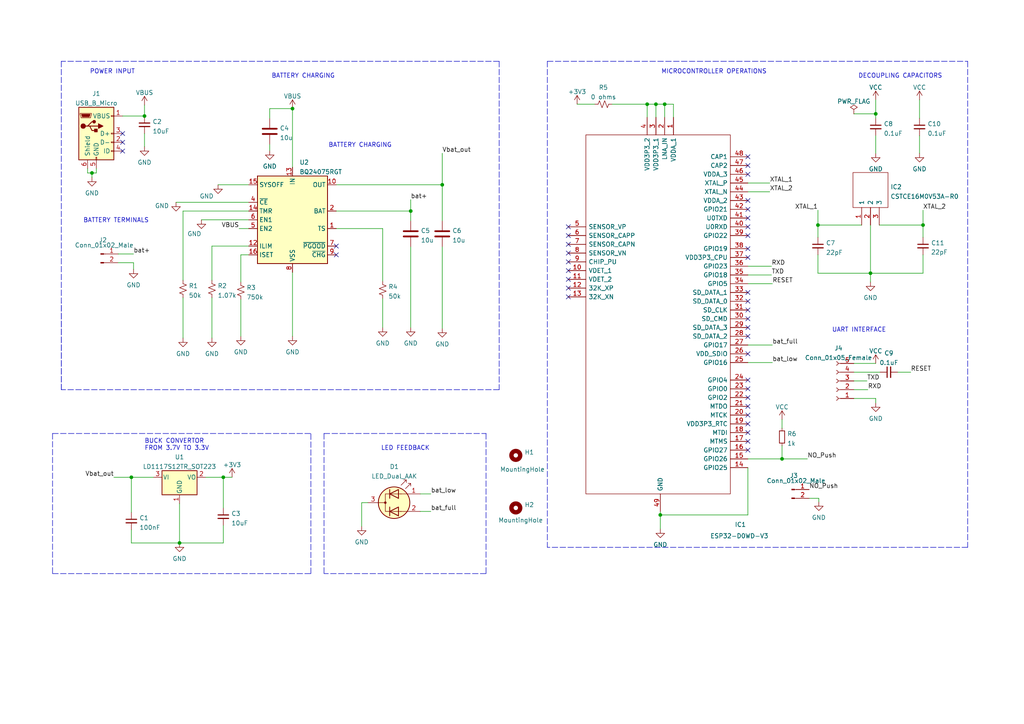
<source format=kicad_sch>
(kicad_sch (version 20211123) (generator eeschema)

  (uuid e63e39d7-6ac0-4ffd-8aa3-1841a4541b55)

  (paper "A4")

  (title_block
    (title "RING TURN PAGE ")
    (company "BEYOND GRADES ")
    (comment 1 "EO22-01-0746/2019")
    (comment 2 "RACHEAL MBURU ")
  )

  (lib_symbols
    (symbol "Battery_Management:BQ24075RGT" (in_bom yes) (on_board yes)
      (property "Reference" "U" (id 0) (at -8.89 13.97 0)
        (effects (font (size 1.27 1.27)) (justify right))
      )
      (property "Value" "BQ24075RGT" (id 1) (at 16.51 13.97 0)
        (effects (font (size 1.27 1.27)) (justify right))
      )
      (property "Footprint" "Package_DFN_QFN:VQFN-16-1EP_3x3mm_P0.5mm_EP1.6x1.6mm" (id 2) (at 7.62 -13.97 0)
        (effects (font (size 1.27 1.27)) (justify left) hide)
      )
      (property "Datasheet" "http://www.ti.com/lit/ds/symlink/bq24075.pdf" (id 3) (at 7.62 5.08 0)
        (effects (font (size 1.27 1.27)) hide)
      )
      (property "ki_keywords" "USB Charge" (id 4) (at 0 0 0)
        (effects (font (size 1.27 1.27)) hide)
      )
      (property "ki_description" "USB-Friendly Li-Ion Battery Charger and Power-Path Management, VQFN-16" (id 5) (at 0 0 0)
        (effects (font (size 1.27 1.27)) hide)
      )
      (property "ki_fp_filters" "VQFN*1EP*3x3mm*P0.5mm*" (id 6) (at 0 0 0)
        (effects (font (size 1.27 1.27)) hide)
      )
      (symbol "BQ24075RGT_0_1"
        (rectangle (start -10.16 12.7) (end 10.16 -12.7)
          (stroke (width 0.254) (type default) (color 0 0 0 0))
          (fill (type background))
        )
      )
      (symbol "BQ24075RGT_1_1"
        (pin passive line (at 12.7 -2.54 180) (length 2.54)
          (name "TS" (effects (font (size 1.27 1.27))))
          (number "1" (effects (font (size 1.27 1.27))))
        )
        (pin power_out line (at 12.7 10.16 180) (length 2.54)
          (name "OUT" (effects (font (size 1.27 1.27))))
          (number "10" (effects (font (size 1.27 1.27))))
        )
        (pin passive line (at 12.7 10.16 180) (length 2.54) hide
          (name "OUT" (effects (font (size 1.27 1.27))))
          (number "11" (effects (font (size 1.27 1.27))))
        )
        (pin passive line (at -12.7 -7.62 0) (length 2.54)
          (name "ILIM" (effects (font (size 1.27 1.27))))
          (number "12" (effects (font (size 1.27 1.27))))
        )
        (pin power_in line (at 0 15.24 270) (length 2.54)
          (name "IN" (effects (font (size 1.27 1.27))))
          (number "13" (effects (font (size 1.27 1.27))))
        )
        (pin input line (at -12.7 2.54 0) (length 2.54)
          (name "TMR" (effects (font (size 1.27 1.27))))
          (number "14" (effects (font (size 1.27 1.27))))
        )
        (pin input line (at -12.7 10.16 0) (length 2.54)
          (name "SYSOFF" (effects (font (size 1.27 1.27))))
          (number "15" (effects (font (size 1.27 1.27))))
        )
        (pin passive line (at -12.7 -10.16 0) (length 2.54)
          (name "ISET" (effects (font (size 1.27 1.27))))
          (number "16" (effects (font (size 1.27 1.27))))
        )
        (pin passive line (at 0 -15.24 90) (length 2.54) hide
          (name "VSS" (effects (font (size 1.27 1.27))))
          (number "17" (effects (font (size 1.27 1.27))))
        )
        (pin power_out line (at 12.7 2.54 180) (length 2.54)
          (name "BAT" (effects (font (size 1.27 1.27))))
          (number "2" (effects (font (size 1.27 1.27))))
        )
        (pin passive line (at 12.7 2.54 180) (length 2.54) hide
          (name "BAT" (effects (font (size 1.27 1.27))))
          (number "3" (effects (font (size 1.27 1.27))))
        )
        (pin input line (at -12.7 5.08 0) (length 2.54)
          (name "~{CE}" (effects (font (size 1.27 1.27))))
          (number "4" (effects (font (size 1.27 1.27))))
        )
        (pin input line (at -12.7 -2.54 0) (length 2.54)
          (name "EN2" (effects (font (size 1.27 1.27))))
          (number "5" (effects (font (size 1.27 1.27))))
        )
        (pin input line (at -12.7 0 0) (length 2.54)
          (name "EN1" (effects (font (size 1.27 1.27))))
          (number "6" (effects (font (size 1.27 1.27))))
        )
        (pin open_collector line (at 12.7 -7.62 180) (length 2.54)
          (name "~{PGOOD}" (effects (font (size 1.27 1.27))))
          (number "7" (effects (font (size 1.27 1.27))))
        )
        (pin power_in line (at 0 -15.24 90) (length 2.54)
          (name "VSS" (effects (font (size 1.27 1.27))))
          (number "8" (effects (font (size 1.27 1.27))))
        )
        (pin open_collector line (at 12.7 -10.16 180) (length 2.54)
          (name "~{CHG}" (effects (font (size 1.27 1.27))))
          (number "9" (effects (font (size 1.27 1.27))))
        )
      )
    )
    (symbol "CSTCE16M0V53A-R0:CSTCE16M0V53A-R0" (pin_names (offset 0.762)) (in_bom yes) (on_board yes)
      (property "Reference" "IC" (id 0) (at 16.51 7.62 0)
        (effects (font (size 1.27 1.27)) (justify left))
      )
      (property "Value" "CSTCE16M0V53A-R0" (id 1) (at 16.51 5.08 0)
        (effects (font (size 1.27 1.27)) (justify left))
      )
      (property "Footprint" "CSTCE-V_1" (id 2) (at 16.51 2.54 0)
        (effects (font (size 1.27 1.27)) (justify left) hide)
      )
      (property "Datasheet" "https://datasheet.datasheetarchive.com/originals/distributors/Datasheets_SAMA/61e0b9ebdc3f4699a9e2f17f7908569e.pdf" (id 3) (at 16.51 0 0)
        (effects (font (size 1.27 1.27)) (justify left) hide)
      )
      (property "Description" "CSTCE16M0V53A-R0, Ceramic Resonator, 16MHz Fundamental 15pF, 3-Pin Cap Chip, 3.2 x 1.3 x 0.9mm" (id 4) (at 16.51 -2.54 0)
        (effects (font (size 1.27 1.27)) (justify left) hide)
      )
      (property "Height" "" (id 5) (at 16.51 -5.08 0)
        (effects (font (size 1.27 1.27)) (justify left) hide)
      )
      (property "Manufacturer_Name" "Murata Electronics" (id 6) (at 16.51 -7.62 0)
        (effects (font (size 1.27 1.27)) (justify left) hide)
      )
      (property "Manufacturer_Part_Number" "CSTCE16M0V53A-R0" (id 7) (at 16.51 -10.16 0)
        (effects (font (size 1.27 1.27)) (justify left) hide)
      )
      (property "Mouser Part Number" "81-CSTCE16M0V53A-R0" (id 8) (at 16.51 -12.7 0)
        (effects (font (size 1.27 1.27)) (justify left) hide)
      )
      (property "Mouser Price/Stock" "https://www.mouser.co.uk/ProductDetail/Murata-Electronics/CSTCE16M0V53A-R0/?qs=pDxNbvYGEH76h1OEmERtlQ%3D%3D" (id 9) (at 16.51 -15.24 0)
        (effects (font (size 1.27 1.27)) (justify left) hide)
      )
      (property "Arrow Part Number" "CSTCE16M0V53A-R0" (id 10) (at 16.51 -17.78 0)
        (effects (font (size 1.27 1.27)) (justify left) hide)
      )
      (property "Arrow Price/Stock" "https://www.arrow.com/en/products/cstce16m0v53a-r0/murata-manufacturing" (id 11) (at 16.51 -20.32 0)
        (effects (font (size 1.27 1.27)) (justify left) hide)
      )
      (property "ki_description" "CSTCE16M0V53A-R0, Ceramic Resonator, 16MHz Fundamental 15pF, 3-Pin Cap Chip, 3.2 x 1.3 x 0.9mm" (id 12) (at 0 0 0)
        (effects (font (size 1.27 1.27)) hide)
      )
      (symbol "CSTCE16M0V53A-R0_0_0"
        (pin passive line (at 0 0 0) (length 5.08)
          (name "1" (effects (font (size 1.27 1.27))))
          (number "1" (effects (font (size 1.27 1.27))))
        )
        (pin passive line (at 0 -2.54 0) (length 5.08)
          (name "2" (effects (font (size 1.27 1.27))))
          (number "2" (effects (font (size 1.27 1.27))))
        )
        (pin passive line (at 0 -5.08 0) (length 5.08)
          (name "3" (effects (font (size 1.27 1.27))))
          (number "3" (effects (font (size 1.27 1.27))))
        )
      )
      (symbol "CSTCE16M0V53A-R0_0_1"
        (polyline
          (pts
            (xy 5.08 2.54)
            (xy 15.24 2.54)
            (xy 15.24 -7.62)
            (xy 5.08 -7.62)
            (xy 5.08 2.54)
          )
          (stroke (width 0.1524) (type default) (color 0 0 0 0))
          (fill (type none))
        )
      )
    )
    (symbol "Connector:Conn_01x02_Male" (pin_names (offset 1.016) hide) (in_bom yes) (on_board yes)
      (property "Reference" "J" (id 0) (at 0 2.54 0)
        (effects (font (size 1.27 1.27)))
      )
      (property "Value" "Conn_01x02_Male" (id 1) (at 0 -5.08 0)
        (effects (font (size 1.27 1.27)))
      )
      (property "Footprint" "" (id 2) (at 0 0 0)
        (effects (font (size 1.27 1.27)) hide)
      )
      (property "Datasheet" "~" (id 3) (at 0 0 0)
        (effects (font (size 1.27 1.27)) hide)
      )
      (property "ki_keywords" "connector" (id 4) (at 0 0 0)
        (effects (font (size 1.27 1.27)) hide)
      )
      (property "ki_description" "Generic connector, single row, 01x02, script generated (kicad-library-utils/schlib/autogen/connector/)" (id 5) (at 0 0 0)
        (effects (font (size 1.27 1.27)) hide)
      )
      (property "ki_fp_filters" "Connector*:*_1x??_*" (id 6) (at 0 0 0)
        (effects (font (size 1.27 1.27)) hide)
      )
      (symbol "Conn_01x02_Male_1_1"
        (polyline
          (pts
            (xy 1.27 -2.54)
            (xy 0.8636 -2.54)
          )
          (stroke (width 0.1524) (type default) (color 0 0 0 0))
          (fill (type none))
        )
        (polyline
          (pts
            (xy 1.27 0)
            (xy 0.8636 0)
          )
          (stroke (width 0.1524) (type default) (color 0 0 0 0))
          (fill (type none))
        )
        (rectangle (start 0.8636 -2.413) (end 0 -2.667)
          (stroke (width 0.1524) (type default) (color 0 0 0 0))
          (fill (type outline))
        )
        (rectangle (start 0.8636 0.127) (end 0 -0.127)
          (stroke (width 0.1524) (type default) (color 0 0 0 0))
          (fill (type outline))
        )
        (pin passive line (at 5.08 0 180) (length 3.81)
          (name "Pin_1" (effects (font (size 1.27 1.27))))
          (number "1" (effects (font (size 1.27 1.27))))
        )
        (pin passive line (at 5.08 -2.54 180) (length 3.81)
          (name "Pin_2" (effects (font (size 1.27 1.27))))
          (number "2" (effects (font (size 1.27 1.27))))
        )
      )
    )
    (symbol "Connector:Conn_01x05_Female" (pin_names (offset 1.016) hide) (in_bom yes) (on_board yes)
      (property "Reference" "J" (id 0) (at 0 7.62 0)
        (effects (font (size 1.27 1.27)))
      )
      (property "Value" "Conn_01x05_Female" (id 1) (at 0 -7.62 0)
        (effects (font (size 1.27 1.27)))
      )
      (property "Footprint" "" (id 2) (at 0 0 0)
        (effects (font (size 1.27 1.27)) hide)
      )
      (property "Datasheet" "~" (id 3) (at 0 0 0)
        (effects (font (size 1.27 1.27)) hide)
      )
      (property "ki_keywords" "connector" (id 4) (at 0 0 0)
        (effects (font (size 1.27 1.27)) hide)
      )
      (property "ki_description" "Generic connector, single row, 01x05, script generated (kicad-library-utils/schlib/autogen/connector/)" (id 5) (at 0 0 0)
        (effects (font (size 1.27 1.27)) hide)
      )
      (property "ki_fp_filters" "Connector*:*_1x??_*" (id 6) (at 0 0 0)
        (effects (font (size 1.27 1.27)) hide)
      )
      (symbol "Conn_01x05_Female_1_1"
        (arc (start 0 -4.572) (mid -0.508 -5.08) (end 0 -5.588)
          (stroke (width 0.1524) (type default) (color 0 0 0 0))
          (fill (type none))
        )
        (arc (start 0 -2.032) (mid -0.508 -2.54) (end 0 -3.048)
          (stroke (width 0.1524) (type default) (color 0 0 0 0))
          (fill (type none))
        )
        (polyline
          (pts
            (xy -1.27 -5.08)
            (xy -0.508 -5.08)
          )
          (stroke (width 0.1524) (type default) (color 0 0 0 0))
          (fill (type none))
        )
        (polyline
          (pts
            (xy -1.27 -2.54)
            (xy -0.508 -2.54)
          )
          (stroke (width 0.1524) (type default) (color 0 0 0 0))
          (fill (type none))
        )
        (polyline
          (pts
            (xy -1.27 0)
            (xy -0.508 0)
          )
          (stroke (width 0.1524) (type default) (color 0 0 0 0))
          (fill (type none))
        )
        (polyline
          (pts
            (xy -1.27 2.54)
            (xy -0.508 2.54)
          )
          (stroke (width 0.1524) (type default) (color 0 0 0 0))
          (fill (type none))
        )
        (polyline
          (pts
            (xy -1.27 5.08)
            (xy -0.508 5.08)
          )
          (stroke (width 0.1524) (type default) (color 0 0 0 0))
          (fill (type none))
        )
        (arc (start 0 0.508) (mid -0.508 0) (end 0 -0.508)
          (stroke (width 0.1524) (type default) (color 0 0 0 0))
          (fill (type none))
        )
        (arc (start 0 3.048) (mid -0.508 2.54) (end 0 2.032)
          (stroke (width 0.1524) (type default) (color 0 0 0 0))
          (fill (type none))
        )
        (arc (start 0 5.588) (mid -0.508 5.08) (end 0 4.572)
          (stroke (width 0.1524) (type default) (color 0 0 0 0))
          (fill (type none))
        )
        (pin passive line (at -5.08 5.08 0) (length 3.81)
          (name "Pin_1" (effects (font (size 1.27 1.27))))
          (number "1" (effects (font (size 1.27 1.27))))
        )
        (pin passive line (at -5.08 2.54 0) (length 3.81)
          (name "Pin_2" (effects (font (size 1.27 1.27))))
          (number "2" (effects (font (size 1.27 1.27))))
        )
        (pin passive line (at -5.08 0 0) (length 3.81)
          (name "Pin_3" (effects (font (size 1.27 1.27))))
          (number "3" (effects (font (size 1.27 1.27))))
        )
        (pin passive line (at -5.08 -2.54 0) (length 3.81)
          (name "Pin_4" (effects (font (size 1.27 1.27))))
          (number "4" (effects (font (size 1.27 1.27))))
        )
        (pin passive line (at -5.08 -5.08 0) (length 3.81)
          (name "Pin_5" (effects (font (size 1.27 1.27))))
          (number "5" (effects (font (size 1.27 1.27))))
        )
      )
    )
    (symbol "Connector:USB_B_Micro" (pin_names (offset 1.016)) (in_bom yes) (on_board yes)
      (property "Reference" "J" (id 0) (at -5.08 11.43 0)
        (effects (font (size 1.27 1.27)) (justify left))
      )
      (property "Value" "USB_B_Micro" (id 1) (at -5.08 8.89 0)
        (effects (font (size 1.27 1.27)) (justify left))
      )
      (property "Footprint" "" (id 2) (at 3.81 -1.27 0)
        (effects (font (size 1.27 1.27)) hide)
      )
      (property "Datasheet" "~" (id 3) (at 3.81 -1.27 0)
        (effects (font (size 1.27 1.27)) hide)
      )
      (property "ki_keywords" "connector USB micro" (id 4) (at 0 0 0)
        (effects (font (size 1.27 1.27)) hide)
      )
      (property "ki_description" "USB Micro Type B connector" (id 5) (at 0 0 0)
        (effects (font (size 1.27 1.27)) hide)
      )
      (property "ki_fp_filters" "USB*" (id 6) (at 0 0 0)
        (effects (font (size 1.27 1.27)) hide)
      )
      (symbol "USB_B_Micro_0_1"
        (rectangle (start -5.08 -7.62) (end 5.08 7.62)
          (stroke (width 0.254) (type default) (color 0 0 0 0))
          (fill (type background))
        )
        (circle (center -3.81 2.159) (radius 0.635)
          (stroke (width 0.254) (type default) (color 0 0 0 0))
          (fill (type outline))
        )
        (circle (center -0.635 3.429) (radius 0.381)
          (stroke (width 0.254) (type default) (color 0 0 0 0))
          (fill (type outline))
        )
        (rectangle (start -0.127 -7.62) (end 0.127 -6.858)
          (stroke (width 0) (type default) (color 0 0 0 0))
          (fill (type none))
        )
        (polyline
          (pts
            (xy -1.905 2.159)
            (xy 0.635 2.159)
          )
          (stroke (width 0.254) (type default) (color 0 0 0 0))
          (fill (type none))
        )
        (polyline
          (pts
            (xy -3.175 2.159)
            (xy -2.54 2.159)
            (xy -1.27 3.429)
            (xy -0.635 3.429)
          )
          (stroke (width 0.254) (type default) (color 0 0 0 0))
          (fill (type none))
        )
        (polyline
          (pts
            (xy -2.54 2.159)
            (xy -1.905 2.159)
            (xy -1.27 0.889)
            (xy 0 0.889)
          )
          (stroke (width 0.254) (type default) (color 0 0 0 0))
          (fill (type none))
        )
        (polyline
          (pts
            (xy 0.635 2.794)
            (xy 0.635 1.524)
            (xy 1.905 2.159)
            (xy 0.635 2.794)
          )
          (stroke (width 0.254) (type default) (color 0 0 0 0))
          (fill (type outline))
        )
        (polyline
          (pts
            (xy -4.318 5.588)
            (xy -1.778 5.588)
            (xy -2.032 4.826)
            (xy -4.064 4.826)
            (xy -4.318 5.588)
          )
          (stroke (width 0) (type default) (color 0 0 0 0))
          (fill (type outline))
        )
        (polyline
          (pts
            (xy -4.699 5.842)
            (xy -4.699 5.588)
            (xy -4.445 4.826)
            (xy -4.445 4.572)
            (xy -1.651 4.572)
            (xy -1.651 4.826)
            (xy -1.397 5.588)
            (xy -1.397 5.842)
            (xy -4.699 5.842)
          )
          (stroke (width 0) (type default) (color 0 0 0 0))
          (fill (type none))
        )
        (rectangle (start 0.254 1.27) (end -0.508 0.508)
          (stroke (width 0.254) (type default) (color 0 0 0 0))
          (fill (type outline))
        )
        (rectangle (start 5.08 -5.207) (end 4.318 -4.953)
          (stroke (width 0) (type default) (color 0 0 0 0))
          (fill (type none))
        )
        (rectangle (start 5.08 -2.667) (end 4.318 -2.413)
          (stroke (width 0) (type default) (color 0 0 0 0))
          (fill (type none))
        )
        (rectangle (start 5.08 -0.127) (end 4.318 0.127)
          (stroke (width 0) (type default) (color 0 0 0 0))
          (fill (type none))
        )
        (rectangle (start 5.08 4.953) (end 4.318 5.207)
          (stroke (width 0) (type default) (color 0 0 0 0))
          (fill (type none))
        )
      )
      (symbol "USB_B_Micro_1_1"
        (pin power_out line (at 7.62 5.08 180) (length 2.54)
          (name "VBUS" (effects (font (size 1.27 1.27))))
          (number "1" (effects (font (size 1.27 1.27))))
        )
        (pin bidirectional line (at 7.62 -2.54 180) (length 2.54)
          (name "D-" (effects (font (size 1.27 1.27))))
          (number "2" (effects (font (size 1.27 1.27))))
        )
        (pin bidirectional line (at 7.62 0 180) (length 2.54)
          (name "D+" (effects (font (size 1.27 1.27))))
          (number "3" (effects (font (size 1.27 1.27))))
        )
        (pin passive line (at 7.62 -5.08 180) (length 2.54)
          (name "ID" (effects (font (size 1.27 1.27))))
          (number "4" (effects (font (size 1.27 1.27))))
        )
        (pin power_out line (at 0 -10.16 90) (length 2.54)
          (name "GND" (effects (font (size 1.27 1.27))))
          (number "5" (effects (font (size 1.27 1.27))))
        )
        (pin passive line (at -2.54 -10.16 90) (length 2.54)
          (name "Shield" (effects (font (size 1.27 1.27))))
          (number "6" (effects (font (size 1.27 1.27))))
        )
      )
    )
    (symbol "Device:C" (pin_numbers hide) (pin_names (offset 0.254)) (in_bom yes) (on_board yes)
      (property "Reference" "C" (id 0) (at 0.635 2.54 0)
        (effects (font (size 1.27 1.27)) (justify left))
      )
      (property "Value" "C" (id 1) (at 0.635 -2.54 0)
        (effects (font (size 1.27 1.27)) (justify left))
      )
      (property "Footprint" "" (id 2) (at 0.9652 -3.81 0)
        (effects (font (size 1.27 1.27)) hide)
      )
      (property "Datasheet" "~" (id 3) (at 0 0 0)
        (effects (font (size 1.27 1.27)) hide)
      )
      (property "ki_keywords" "cap capacitor" (id 4) (at 0 0 0)
        (effects (font (size 1.27 1.27)) hide)
      )
      (property "ki_description" "Unpolarized capacitor" (id 5) (at 0 0 0)
        (effects (font (size 1.27 1.27)) hide)
      )
      (property "ki_fp_filters" "C_*" (id 6) (at 0 0 0)
        (effects (font (size 1.27 1.27)) hide)
      )
      (symbol "C_0_1"
        (polyline
          (pts
            (xy -2.032 -0.762)
            (xy 2.032 -0.762)
          )
          (stroke (width 0.508) (type default) (color 0 0 0 0))
          (fill (type none))
        )
        (polyline
          (pts
            (xy -2.032 0.762)
            (xy 2.032 0.762)
          )
          (stroke (width 0.508) (type default) (color 0 0 0 0))
          (fill (type none))
        )
      )
      (symbol "C_1_1"
        (pin passive line (at 0 3.81 270) (length 2.794)
          (name "~" (effects (font (size 1.27 1.27))))
          (number "1" (effects (font (size 1.27 1.27))))
        )
        (pin passive line (at 0 -3.81 90) (length 2.794)
          (name "~" (effects (font (size 1.27 1.27))))
          (number "2" (effects (font (size 1.27 1.27))))
        )
      )
    )
    (symbol "Device:C_Small" (pin_numbers hide) (pin_names (offset 0.254) hide) (in_bom yes) (on_board yes)
      (property "Reference" "C" (id 0) (at 0.254 1.778 0)
        (effects (font (size 1.27 1.27)) (justify left))
      )
      (property "Value" "C_Small" (id 1) (at 0.254 -2.032 0)
        (effects (font (size 1.27 1.27)) (justify left))
      )
      (property "Footprint" "" (id 2) (at 0 0 0)
        (effects (font (size 1.27 1.27)) hide)
      )
      (property "Datasheet" "~" (id 3) (at 0 0 0)
        (effects (font (size 1.27 1.27)) hide)
      )
      (property "ki_keywords" "capacitor cap" (id 4) (at 0 0 0)
        (effects (font (size 1.27 1.27)) hide)
      )
      (property "ki_description" "Unpolarized capacitor, small symbol" (id 5) (at 0 0 0)
        (effects (font (size 1.27 1.27)) hide)
      )
      (property "ki_fp_filters" "C_*" (id 6) (at 0 0 0)
        (effects (font (size 1.27 1.27)) hide)
      )
      (symbol "C_Small_0_1"
        (polyline
          (pts
            (xy -1.524 -0.508)
            (xy 1.524 -0.508)
          )
          (stroke (width 0.3302) (type default) (color 0 0 0 0))
          (fill (type none))
        )
        (polyline
          (pts
            (xy -1.524 0.508)
            (xy 1.524 0.508)
          )
          (stroke (width 0.3048) (type default) (color 0 0 0 0))
          (fill (type none))
        )
      )
      (symbol "C_Small_1_1"
        (pin passive line (at 0 2.54 270) (length 2.032)
          (name "~" (effects (font (size 1.27 1.27))))
          (number "1" (effects (font (size 1.27 1.27))))
        )
        (pin passive line (at 0 -2.54 90) (length 2.032)
          (name "~" (effects (font (size 1.27 1.27))))
          (number "2" (effects (font (size 1.27 1.27))))
        )
      )
    )
    (symbol "Device:LED_Dual_AAK" (pin_names (offset 0) hide) (in_bom yes) (on_board yes)
      (property "Reference" "D" (id 0) (at 0 5.715 0)
        (effects (font (size 1.27 1.27)))
      )
      (property "Value" "LED_Dual_AAK" (id 1) (at 0 -6.35 0)
        (effects (font (size 1.27 1.27)))
      )
      (property "Footprint" "" (id 2) (at 0 0 0)
        (effects (font (size 1.27 1.27)) hide)
      )
      (property "Datasheet" "~" (id 3) (at 0 0 0)
        (effects (font (size 1.27 1.27)) hide)
      )
      (property "ki_keywords" "LED diode bicolor dual" (id 4) (at 0 0 0)
        (effects (font (size 1.27 1.27)) hide)
      )
      (property "ki_description" "Dual LED, common cathode on pin 3" (id 5) (at 0 0 0)
        (effects (font (size 1.27 1.27)) hide)
      )
      (property "ki_fp_filters" "LED* LED_SMD:* LED_THT:*" (id 6) (at 0 0 0)
        (effects (font (size 1.27 1.27)) hide)
      )
      (symbol "LED_Dual_AAK_0_1"
        (circle (center -2.54 0) (radius 0.2794)
          (stroke (width 0) (type default) (color 0 0 0 0))
          (fill (type outline))
        )
        (polyline
          (pts
            (xy -4.572 0)
            (xy -2.54 0)
          )
          (stroke (width 0) (type default) (color 0 0 0 0))
          (fill (type none))
        )
        (polyline
          (pts
            (xy -1.27 -1.27)
            (xy -1.27 -3.81)
          )
          (stroke (width 0.254) (type default) (color 0 0 0 0))
          (fill (type none))
        )
        (polyline
          (pts
            (xy -1.27 1.27)
            (xy -1.27 3.81)
          )
          (stroke (width 0.254) (type default) (color 0 0 0 0))
          (fill (type none))
        )
        (polyline
          (pts
            (xy 3.81 -2.54)
            (xy 1.905 -2.54)
          )
          (stroke (width 0) (type default) (color 0 0 0 0))
          (fill (type none))
        )
        (polyline
          (pts
            (xy 3.81 2.54)
            (xy 1.905 2.54)
          )
          (stroke (width 0) (type default) (color 0 0 0 0))
          (fill (type none))
        )
        (polyline
          (pts
            (xy 1.27 -3.81)
            (xy 1.27 -1.27)
            (xy -1.27 -2.54)
            (xy 1.27 -3.81)
          )
          (stroke (width 0.254) (type default) (color 0 0 0 0))
          (fill (type none))
        )
        (polyline
          (pts
            (xy 1.27 1.27)
            (xy 1.27 3.81)
            (xy -1.27 2.54)
            (xy 1.27 1.27)
          )
          (stroke (width 0.254) (type default) (color 0 0 0 0))
          (fill (type none))
        )
        (polyline
          (pts
            (xy 2.032 2.54)
            (xy -2.54 2.54)
            (xy -2.54 -2.54)
            (xy 2.032 -2.54)
          )
          (stroke (width 0) (type default) (color 0 0 0 0))
          (fill (type none))
        )
        (polyline
          (pts
            (xy 2.032 5.08)
            (xy 3.556 6.604)
            (xy 2.794 6.604)
            (xy 3.556 6.604)
            (xy 3.556 5.842)
          )
          (stroke (width 0) (type default) (color 0 0 0 0))
          (fill (type none))
        )
        (polyline
          (pts
            (xy 3.302 4.064)
            (xy 4.826 5.588)
            (xy 4.064 5.588)
            (xy 4.826 5.588)
            (xy 4.826 4.826)
          )
          (stroke (width 0) (type default) (color 0 0 0 0))
          (fill (type none))
        )
        (circle (center 0 0) (radius 4.572)
          (stroke (width 0.254) (type default) (color 0 0 0 0))
          (fill (type background))
        )
      )
      (symbol "LED_Dual_AAK_1_1"
        (pin input line (at 7.62 2.54 180) (length 3.81)
          (name "A1" (effects (font (size 1.27 1.27))))
          (number "1" (effects (font (size 1.27 1.27))))
        )
        (pin input line (at 7.62 -2.54 180) (length 3.81)
          (name "A2" (effects (font (size 1.27 1.27))))
          (number "2" (effects (font (size 1.27 1.27))))
        )
        (pin input line (at -7.62 0 0) (length 3.048)
          (name "K" (effects (font (size 1.27 1.27))))
          (number "3" (effects (font (size 1.27 1.27))))
        )
      )
    )
    (symbol "Device:R_Small" (pin_numbers hide) (pin_names (offset 0.254) hide) (in_bom yes) (on_board yes)
      (property "Reference" "R" (id 0) (at 0.762 0.508 0)
        (effects (font (size 1.27 1.27)) (justify left))
      )
      (property "Value" "R_Small" (id 1) (at 0.762 -1.016 0)
        (effects (font (size 1.27 1.27)) (justify left))
      )
      (property "Footprint" "" (id 2) (at 0 0 0)
        (effects (font (size 1.27 1.27)) hide)
      )
      (property "Datasheet" "~" (id 3) (at 0 0 0)
        (effects (font (size 1.27 1.27)) hide)
      )
      (property "ki_keywords" "R resistor" (id 4) (at 0 0 0)
        (effects (font (size 1.27 1.27)) hide)
      )
      (property "ki_description" "Resistor, small symbol" (id 5) (at 0 0 0)
        (effects (font (size 1.27 1.27)) hide)
      )
      (property "ki_fp_filters" "R_*" (id 6) (at 0 0 0)
        (effects (font (size 1.27 1.27)) hide)
      )
      (symbol "R_Small_0_1"
        (rectangle (start -0.762 1.778) (end 0.762 -1.778)
          (stroke (width 0.2032) (type default) (color 0 0 0 0))
          (fill (type none))
        )
      )
      (symbol "R_Small_1_1"
        (pin passive line (at 0 2.54 270) (length 0.762)
          (name "~" (effects (font (size 1.27 1.27))))
          (number "1" (effects (font (size 1.27 1.27))))
        )
        (pin passive line (at 0 -2.54 90) (length 0.762)
          (name "~" (effects (font (size 1.27 1.27))))
          (number "2" (effects (font (size 1.27 1.27))))
        )
      )
    )
    (symbol "Device:R_Small_US" (pin_numbers hide) (pin_names (offset 0.254) hide) (in_bom yes) (on_board yes)
      (property "Reference" "R" (id 0) (at 0.762 0.508 0)
        (effects (font (size 1.27 1.27)) (justify left))
      )
      (property "Value" "R_Small_US" (id 1) (at 0.762 -1.016 0)
        (effects (font (size 1.27 1.27)) (justify left))
      )
      (property "Footprint" "" (id 2) (at 0 0 0)
        (effects (font (size 1.27 1.27)) hide)
      )
      (property "Datasheet" "~" (id 3) (at 0 0 0)
        (effects (font (size 1.27 1.27)) hide)
      )
      (property "ki_keywords" "r resistor" (id 4) (at 0 0 0)
        (effects (font (size 1.27 1.27)) hide)
      )
      (property "ki_description" "Resistor, small US symbol" (id 5) (at 0 0 0)
        (effects (font (size 1.27 1.27)) hide)
      )
      (property "ki_fp_filters" "R_*" (id 6) (at 0 0 0)
        (effects (font (size 1.27 1.27)) hide)
      )
      (symbol "R_Small_US_1_1"
        (polyline
          (pts
            (xy 0 0)
            (xy 1.016 -0.381)
            (xy 0 -0.762)
            (xy -1.016 -1.143)
            (xy 0 -1.524)
          )
          (stroke (width 0) (type default) (color 0 0 0 0))
          (fill (type none))
        )
        (polyline
          (pts
            (xy 0 1.524)
            (xy 1.016 1.143)
            (xy 0 0.762)
            (xy -1.016 0.381)
            (xy 0 0)
          )
          (stroke (width 0) (type default) (color 0 0 0 0))
          (fill (type none))
        )
        (pin passive line (at 0 2.54 270) (length 1.016)
          (name "~" (effects (font (size 1.27 1.27))))
          (number "1" (effects (font (size 1.27 1.27))))
        )
        (pin passive line (at 0 -2.54 90) (length 1.016)
          (name "~" (effects (font (size 1.27 1.27))))
          (number "2" (effects (font (size 1.27 1.27))))
        )
      )
    )
    (symbol "ESP32-D0WD-V3_1" (pin_names (offset 0.762)) (in_bom yes) (on_board yes)
      (property "Reference" "IC1" (id 0) (at -40.64 -80.01 0)
        (effects (font (size 1.27 1.27)) (justify left))
      )
      (property "Value" "ESP32-D0WD-V3" (id 1) (at -44.45 -83.82 0)
        (effects (font (size 1.27 1.27)) (justify left))
      )
      (property "Footprint" "QFN35P500X500X90-49N-D" (id 2) (at -34.29 44.45 0)
        (effects (font (size 1.27 1.27)) (justify left) hide)
      )
      (property "Datasheet" "https://www.espressif.com/sites/default/files/documentation/esp32_datasheet_en.pdf" (id 3) (at -34.29 41.91 0)
        (effects (font (size 1.27 1.27)) (justify left) hide)
      )
      (property "Description" "WiFi Development Tools (802.11) SMD IC WiFi Dual Core BT Combo" (id 4) (at -36.83 39.37 0)
        (effects (font (size 1.27 1.27)) (justify left) hide)
      )
      (property "Height" "0.9" (id 5) (at -35.56 33.02 0)
        (effects (font (size 1.27 1.27)) (justify left) hide)
      )
      (property "Manufacturer_Name" "Espressif Systems" (id 6) (at -8.89 17.78 0)
        (effects (font (size 1.27 1.27)) (justify left) hide)
      )
      (property "Manufacturer_Part_Number" "ESP32-D0WD-V3" (id 7) (at -8.89 12.7 0)
        (effects (font (size 1.27 1.27)) (justify left) hide)
      )
      (property "Mouser Part Number" "356-ESP32-D0WD-V3" (id 8) (at -11.43 8.89 0)
        (effects (font (size 1.27 1.27)) (justify left) hide)
      )
      (property "Mouser Price/Stock" "https://www.mouser.co.uk/ProductDetail/Espressif-Systems/ESP32-D0WD-V3?qs=GBLSl2AkirsI7kXw8ZPing%3D%3D" (id 9) (at -10.16 6.35 0)
        (effects (font (size 1.27 1.27)) (justify left) hide)
      )
      (property "Arrow Part Number" "" (id 10) (at -27.94 -13.97 0)
        (effects (font (size 1.27 1.27)) (justify left) hide)
      )
      (property "Arrow Price/Stock" "" (id 11) (at -27.94 -16.51 0)
        (effects (font (size 1.27 1.27)) (justify left) hide)
      )
      (property "ki_description" "WiFi Development Tools (802.11) SMD IC WiFi Dual Core BT Combo" (id 12) (at 0 0 0)
        (effects (font (size 1.27 1.27)) hide)
      )
      (symbol "ESP32-D0WD-V3_1_0_0"
        (pin passive line (at -45.72 31.75 270) (length 5.08)
          (name "VDDA_1" (effects (font (size 1.27 1.27))))
          (number "1" (effects (font (size 1.27 1.27))))
        )
        (pin passive line (at -76.2 -12.7 0) (length 5.08)
          (name "VDET_1" (effects (font (size 1.27 1.27))))
          (number "10" (effects (font (size 1.27 1.27))))
        )
        (pin passive line (at -76.2 -15.24 0) (length 5.08)
          (name "VDET_2" (effects (font (size 1.27 1.27))))
          (number "11" (effects (font (size 1.27 1.27))))
        )
        (pin passive line (at -76.2 -17.78 0) (length 5.08)
          (name "32K_XP" (effects (font (size 1.27 1.27))))
          (number "12" (effects (font (size 1.27 1.27))))
        )
        (pin passive line (at -76.2 -20.32 0) (length 5.08)
          (name "32K_XN" (effects (font (size 1.27 1.27))))
          (number "13" (effects (font (size 1.27 1.27))))
        )
        (pin passive line (at -24.13 -69.85 180) (length 5.08)
          (name "GPIO25" (effects (font (size 1.27 1.27))))
          (number "14" (effects (font (size 1.27 1.27))))
        )
        (pin passive line (at -24.13 -67.31 180) (length 5.08)
          (name "GPIO26" (effects (font (size 1.27 1.27))))
          (number "15" (effects (font (size 1.27 1.27))))
        )
        (pin passive line (at -24.13 -64.77 180) (length 5.08)
          (name "GPIO27" (effects (font (size 1.27 1.27))))
          (number "16" (effects (font (size 1.27 1.27))))
        )
        (pin passive line (at -24.13 -62.23 180) (length 5.08)
          (name "MTMS" (effects (font (size 1.27 1.27))))
          (number "17" (effects (font (size 1.27 1.27))))
        )
        (pin passive line (at -24.13 -59.69 180) (length 5.08)
          (name "MTDI" (effects (font (size 1.27 1.27))))
          (number "18" (effects (font (size 1.27 1.27))))
        )
        (pin passive line (at -24.13 -57.15 180) (length 5.08)
          (name "VDD3P3_RTC" (effects (font (size 1.27 1.27))))
          (number "19" (effects (font (size 1.27 1.27))))
        )
        (pin passive line (at -48.26 31.75 270) (length 5.08)
          (name "LNA_IN" (effects (font (size 1.27 1.27))))
          (number "2" (effects (font (size 1.27 1.27))))
        )
        (pin passive line (at -24.13 -54.61 180) (length 5.08)
          (name "MTCK" (effects (font (size 1.27 1.27))))
          (number "20" (effects (font (size 1.27 1.27))))
        )
        (pin passive line (at -24.13 -52.07 180) (length 5.08)
          (name "MTDO" (effects (font (size 1.27 1.27))))
          (number "21" (effects (font (size 1.27 1.27))))
        )
        (pin passive line (at -24.13 -49.53 180) (length 5.08)
          (name "GPIO2" (effects (font (size 1.27 1.27))))
          (number "22" (effects (font (size 1.27 1.27))))
        )
        (pin passive line (at -24.13 -46.99 180) (length 5.08)
          (name "GPIO0" (effects (font (size 1.27 1.27))))
          (number "23" (effects (font (size 1.27 1.27))))
        )
        (pin passive line (at -24.13 -44.45 180) (length 5.08)
          (name "GPIO4" (effects (font (size 1.27 1.27))))
          (number "24" (effects (font (size 1.27 1.27))))
        )
        (pin passive line (at -24.13 -39.37 180) (length 5.08)
          (name "GPIO16" (effects (font (size 1.27 1.27))))
          (number "25" (effects (font (size 1.27 1.27))))
        )
        (pin passive line (at -24.13 -36.83 180) (length 5.08)
          (name "VDD_SDIO" (effects (font (size 1.27 1.27))))
          (number "26" (effects (font (size 1.27 1.27))))
        )
        (pin passive line (at -24.13 -34.29 180) (length 5.08)
          (name "GPIO17" (effects (font (size 1.27 1.27))))
          (number "27" (effects (font (size 1.27 1.27))))
        )
        (pin passive line (at -24.13 -31.75 180) (length 5.08)
          (name "SD_DATA_2" (effects (font (size 1.27 1.27))))
          (number "28" (effects (font (size 1.27 1.27))))
        )
        (pin passive line (at -24.13 -29.21 180) (length 5.08)
          (name "SD_DATA_3" (effects (font (size 1.27 1.27))))
          (number "29" (effects (font (size 1.27 1.27))))
        )
        (pin passive line (at -50.8 31.75 270) (length 5.08)
          (name "VDD3P3_1" (effects (font (size 1.27 1.27))))
          (number "3" (effects (font (size 1.27 1.27))))
        )
        (pin passive line (at -24.13 -26.67 180) (length 5.08)
          (name "SD_CMD" (effects (font (size 1.27 1.27))))
          (number "30" (effects (font (size 1.27 1.27))))
        )
        (pin passive line (at -24.13 -24.13 180) (length 5.08)
          (name "SD_CLK" (effects (font (size 1.27 1.27))))
          (number "31" (effects (font (size 1.27 1.27))))
        )
        (pin passive line (at -24.13 -21.59 180) (length 5.08)
          (name "SD_DATA_0" (effects (font (size 1.27 1.27))))
          (number "32" (effects (font (size 1.27 1.27))))
        )
        (pin passive line (at -24.13 -19.05 180) (length 5.08)
          (name "SD_DATA_1" (effects (font (size 1.27 1.27))))
          (number "33" (effects (font (size 1.27 1.27))))
        )
        (pin passive line (at -24.13 -16.51 180) (length 5.08)
          (name "GPIO5" (effects (font (size 1.27 1.27))))
          (number "34" (effects (font (size 1.27 1.27))))
        )
        (pin passive line (at -24.13 -13.97 180) (length 5.08)
          (name "GPIO18" (effects (font (size 1.27 1.27))))
          (number "35" (effects (font (size 1.27 1.27))))
        )
        (pin passive line (at -24.13 -11.43 180) (length 5.08)
          (name "GPIO23" (effects (font (size 1.27 1.27))))
          (number "36" (effects (font (size 1.27 1.27))))
        )
        (pin passive line (at -24.13 -8.89 180) (length 5.08)
          (name "VDD3P3_CPU" (effects (font (size 1.27 1.27))))
          (number "37" (effects (font (size 1.27 1.27))))
        )
        (pin passive line (at -24.13 -6.35 180) (length 5.08)
          (name "GPIO19" (effects (font (size 1.27 1.27))))
          (number "38" (effects (font (size 1.27 1.27))))
        )
        (pin passive line (at -24.13 -2.54 180) (length 5.08)
          (name "GPIO22" (effects (font (size 1.27 1.27))))
          (number "39" (effects (font (size 1.27 1.27))))
        )
        (pin passive line (at -53.34 31.75 270) (length 5.08)
          (name "VDD3P3_2" (effects (font (size 1.27 1.27))))
          (number "4" (effects (font (size 1.27 1.27))))
        )
        (pin passive line (at -24.13 0 180) (length 5.08)
          (name "U0RXD" (effects (font (size 1.27 1.27))))
          (number "40" (effects (font (size 1.27 1.27))))
        )
        (pin passive line (at -24.13 2.54 180) (length 5.08)
          (name "U0TXD" (effects (font (size 1.27 1.27))))
          (number "41" (effects (font (size 1.27 1.27))))
        )
        (pin passive line (at -24.13 5.08 180) (length 5.08)
          (name "GPIO21" (effects (font (size 1.27 1.27))))
          (number "42" (effects (font (size 1.27 1.27))))
        )
        (pin passive line (at -24.13 7.62 180) (length 5.08)
          (name "VDDA_2" (effects (font (size 1.27 1.27))))
          (number "43" (effects (font (size 1.27 1.27))))
        )
        (pin passive line (at -24.13 10.16 180) (length 5.08)
          (name "XTAL_N" (effects (font (size 1.27 1.27))))
          (number "44" (effects (font (size 1.27 1.27))))
        )
        (pin passive line (at -24.13 12.7 180) (length 5.08)
          (name "XTAL_P" (effects (font (size 1.27 1.27))))
          (number "45" (effects (font (size 1.27 1.27))))
        )
        (pin passive line (at -24.13 15.24 180) (length 5.08)
          (name "VDDA_3" (effects (font (size 1.27 1.27))))
          (number "46" (effects (font (size 1.27 1.27))))
        )
        (pin passive line (at -24.13 17.78 180) (length 5.08)
          (name "CAP2" (effects (font (size 1.27 1.27))))
          (number "47" (effects (font (size 1.27 1.27))))
        )
        (pin passive line (at -24.13 20.32 180) (length 5.08)
          (name "CAP1" (effects (font (size 1.27 1.27))))
          (number "48" (effects (font (size 1.27 1.27))))
        )
        (pin passive line (at -49.53 -82.55 90) (length 5.08)
          (name "GND" (effects (font (size 1.27 1.27))))
          (number "49" (effects (font (size 1.27 1.27))))
        )
        (pin passive line (at -76.2 0 0) (length 5.08)
          (name "SENSOR_VP" (effects (font (size 1.27 1.27))))
          (number "5" (effects (font (size 1.27 1.27))))
        )
        (pin passive line (at -76.2 -2.54 0) (length 5.08)
          (name "SENSOR_CAPP" (effects (font (size 1.27 1.27))))
          (number "6" (effects (font (size 1.27 1.27))))
        )
        (pin passive line (at -76.2 -5.08 0) (length 5.08)
          (name "SENSOR_CAPN" (effects (font (size 1.27 1.27))))
          (number "7" (effects (font (size 1.27 1.27))))
        )
        (pin passive line (at -76.2 -7.62 0) (length 5.08)
          (name "SENSOR_VN" (effects (font (size 1.27 1.27))))
          (number "8" (effects (font (size 1.27 1.27))))
        )
        (pin passive line (at -76.2 -10.16 0) (length 5.08)
          (name "CHIP_PU" (effects (font (size 1.27 1.27))))
          (number "9" (effects (font (size 1.27 1.27))))
        )
      )
      (symbol "ESP32-D0WD-V3_1_0_1"
        (rectangle (start -71.12 26.67) (end -29.21 -77.47)
          (stroke (width 0) (type default) (color 0 0 0 0))
          (fill (type none))
        )
      )
    )
    (symbol "Mechanical:MountingHole" (pin_names (offset 1.016)) (in_bom yes) (on_board yes)
      (property "Reference" "H" (id 0) (at 0 5.08 0)
        (effects (font (size 1.27 1.27)))
      )
      (property "Value" "MountingHole" (id 1) (at 0 3.175 0)
        (effects (font (size 1.27 1.27)))
      )
      (property "Footprint" "" (id 2) (at 0 0 0)
        (effects (font (size 1.27 1.27)) hide)
      )
      (property "Datasheet" "~" (id 3) (at 0 0 0)
        (effects (font (size 1.27 1.27)) hide)
      )
      (property "ki_keywords" "mounting hole" (id 4) (at 0 0 0)
        (effects (font (size 1.27 1.27)) hide)
      )
      (property "ki_description" "Mounting Hole without connection" (id 5) (at 0 0 0)
        (effects (font (size 1.27 1.27)) hide)
      )
      (property "ki_fp_filters" "MountingHole*" (id 6) (at 0 0 0)
        (effects (font (size 1.27 1.27)) hide)
      )
      (symbol "MountingHole_0_1"
        (circle (center 0 0) (radius 1.27)
          (stroke (width 1.27) (type default) (color 0 0 0 0))
          (fill (type none))
        )
      )
    )
    (symbol "Regulator_Linear:LD1117S12TR_SOT223" (pin_names (offset 0.254)) (in_bom yes) (on_board yes)
      (property "Reference" "U" (id 0) (at -3.81 3.175 0)
        (effects (font (size 1.27 1.27)))
      )
      (property "Value" "LD1117S12TR_SOT223" (id 1) (at 0 3.175 0)
        (effects (font (size 1.27 1.27)) (justify left))
      )
      (property "Footprint" "Package_TO_SOT_SMD:SOT-223-3_TabPin2" (id 2) (at 0 5.08 0)
        (effects (font (size 1.27 1.27)) hide)
      )
      (property "Datasheet" "http://www.st.com/st-web-ui/static/active/en/resource/technical/document/datasheet/CD00000544.pdf" (id 3) (at 2.54 -6.35 0)
        (effects (font (size 1.27 1.27)) hide)
      )
      (property "ki_keywords" "REGULATOR LDO 1.2V" (id 4) (at 0 0 0)
        (effects (font (size 1.27 1.27)) hide)
      )
      (property "ki_description" "800mA Fixed Low Drop Positive Voltage Regulator, Fixed Output 1.2V, SOT-223" (id 5) (at 0 0 0)
        (effects (font (size 1.27 1.27)) hide)
      )
      (property "ki_fp_filters" "SOT?223*TabPin2*" (id 6) (at 0 0 0)
        (effects (font (size 1.27 1.27)) hide)
      )
      (symbol "LD1117S12TR_SOT223_0_1"
        (rectangle (start -5.08 -5.08) (end 5.08 1.905)
          (stroke (width 0.254) (type default) (color 0 0 0 0))
          (fill (type background))
        )
      )
      (symbol "LD1117S12TR_SOT223_1_1"
        (pin power_in line (at 0 -7.62 90) (length 2.54)
          (name "GND" (effects (font (size 1.27 1.27))))
          (number "1" (effects (font (size 1.27 1.27))))
        )
        (pin power_out line (at 7.62 0 180) (length 2.54)
          (name "VO" (effects (font (size 1.27 1.27))))
          (number "2" (effects (font (size 1.27 1.27))))
        )
        (pin power_in line (at -7.62 0 0) (length 2.54)
          (name "VI" (effects (font (size 1.27 1.27))))
          (number "3" (effects (font (size 1.27 1.27))))
        )
      )
    )
    (symbol "power:+3.3V" (power) (pin_names (offset 0)) (in_bom yes) (on_board yes)
      (property "Reference" "#PWR" (id 0) (at 0 -3.81 0)
        (effects (font (size 1.27 1.27)) hide)
      )
      (property "Value" "+3.3V" (id 1) (at 0 3.556 0)
        (effects (font (size 1.27 1.27)))
      )
      (property "Footprint" "" (id 2) (at 0 0 0)
        (effects (font (size 1.27 1.27)) hide)
      )
      (property "Datasheet" "" (id 3) (at 0 0 0)
        (effects (font (size 1.27 1.27)) hide)
      )
      (property "ki_keywords" "power-flag" (id 4) (at 0 0 0)
        (effects (font (size 1.27 1.27)) hide)
      )
      (property "ki_description" "Power symbol creates a global label with name \"+3.3V\"" (id 5) (at 0 0 0)
        (effects (font (size 1.27 1.27)) hide)
      )
      (symbol "+3.3V_0_1"
        (polyline
          (pts
            (xy -0.762 1.27)
            (xy 0 2.54)
          )
          (stroke (width 0) (type default) (color 0 0 0 0))
          (fill (type none))
        )
        (polyline
          (pts
            (xy 0 0)
            (xy 0 2.54)
          )
          (stroke (width 0) (type default) (color 0 0 0 0))
          (fill (type none))
        )
        (polyline
          (pts
            (xy 0 2.54)
            (xy 0.762 1.27)
          )
          (stroke (width 0) (type default) (color 0 0 0 0))
          (fill (type none))
        )
      )
      (symbol "+3.3V_1_1"
        (pin power_in line (at 0 0 90) (length 0) hide
          (name "+3V3" (effects (font (size 1.27 1.27))))
          (number "1" (effects (font (size 1.27 1.27))))
        )
      )
    )
    (symbol "power:GND" (power) (pin_names (offset 0)) (in_bom yes) (on_board yes)
      (property "Reference" "#PWR" (id 0) (at 0 -6.35 0)
        (effects (font (size 1.27 1.27)) hide)
      )
      (property "Value" "GND" (id 1) (at 0 -3.81 0)
        (effects (font (size 1.27 1.27)))
      )
      (property "Footprint" "" (id 2) (at 0 0 0)
        (effects (font (size 1.27 1.27)) hide)
      )
      (property "Datasheet" "" (id 3) (at 0 0 0)
        (effects (font (size 1.27 1.27)) hide)
      )
      (property "ki_keywords" "power-flag" (id 4) (at 0 0 0)
        (effects (font (size 1.27 1.27)) hide)
      )
      (property "ki_description" "Power symbol creates a global label with name \"GND\" , ground" (id 5) (at 0 0 0)
        (effects (font (size 1.27 1.27)) hide)
      )
      (symbol "GND_0_1"
        (polyline
          (pts
            (xy 0 0)
            (xy 0 -1.27)
            (xy 1.27 -1.27)
            (xy 0 -2.54)
            (xy -1.27 -1.27)
            (xy 0 -1.27)
          )
          (stroke (width 0) (type default) (color 0 0 0 0))
          (fill (type none))
        )
      )
      (symbol "GND_1_1"
        (pin power_in line (at 0 0 270) (length 0) hide
          (name "GND" (effects (font (size 1.27 1.27))))
          (number "1" (effects (font (size 1.27 1.27))))
        )
      )
    )
    (symbol "power:PWR_FLAG" (power) (pin_numbers hide) (pin_names (offset 0) hide) (in_bom yes) (on_board yes)
      (property "Reference" "#FLG" (id 0) (at 0 1.905 0)
        (effects (font (size 1.27 1.27)) hide)
      )
      (property "Value" "PWR_FLAG" (id 1) (at 0 3.81 0)
        (effects (font (size 1.27 1.27)))
      )
      (property "Footprint" "" (id 2) (at 0 0 0)
        (effects (font (size 1.27 1.27)) hide)
      )
      (property "Datasheet" "~" (id 3) (at 0 0 0)
        (effects (font (size 1.27 1.27)) hide)
      )
      (property "ki_keywords" "power-flag" (id 4) (at 0 0 0)
        (effects (font (size 1.27 1.27)) hide)
      )
      (property "ki_description" "Special symbol for telling ERC where power comes from" (id 5) (at 0 0 0)
        (effects (font (size 1.27 1.27)) hide)
      )
      (symbol "PWR_FLAG_0_0"
        (pin power_out line (at 0 0 90) (length 0)
          (name "pwr" (effects (font (size 1.27 1.27))))
          (number "1" (effects (font (size 1.27 1.27))))
        )
      )
      (symbol "PWR_FLAG_0_1"
        (polyline
          (pts
            (xy 0 0)
            (xy 0 1.27)
            (xy -1.016 1.905)
            (xy 0 2.54)
            (xy 1.016 1.905)
            (xy 0 1.27)
          )
          (stroke (width 0) (type default) (color 0 0 0 0))
          (fill (type none))
        )
      )
    )
    (symbol "power:VBUS" (power) (pin_names (offset 0)) (in_bom yes) (on_board yes)
      (property "Reference" "#PWR" (id 0) (at 0 -3.81 0)
        (effects (font (size 1.27 1.27)) hide)
      )
      (property "Value" "VBUS" (id 1) (at 0 3.81 0)
        (effects (font (size 1.27 1.27)))
      )
      (property "Footprint" "" (id 2) (at 0 0 0)
        (effects (font (size 1.27 1.27)) hide)
      )
      (property "Datasheet" "" (id 3) (at 0 0 0)
        (effects (font (size 1.27 1.27)) hide)
      )
      (property "ki_keywords" "power-flag" (id 4) (at 0 0 0)
        (effects (font (size 1.27 1.27)) hide)
      )
      (property "ki_description" "Power symbol creates a global label with name \"VBUS\"" (id 5) (at 0 0 0)
        (effects (font (size 1.27 1.27)) hide)
      )
      (symbol "VBUS_0_1"
        (polyline
          (pts
            (xy -0.762 1.27)
            (xy 0 2.54)
          )
          (stroke (width 0) (type default) (color 0 0 0 0))
          (fill (type none))
        )
        (polyline
          (pts
            (xy 0 0)
            (xy 0 2.54)
          )
          (stroke (width 0) (type default) (color 0 0 0 0))
          (fill (type none))
        )
        (polyline
          (pts
            (xy 0 2.54)
            (xy 0.762 1.27)
          )
          (stroke (width 0) (type default) (color 0 0 0 0))
          (fill (type none))
        )
      )
      (symbol "VBUS_1_1"
        (pin power_in line (at 0 0 90) (length 0) hide
          (name "VBUS" (effects (font (size 1.27 1.27))))
          (number "1" (effects (font (size 1.27 1.27))))
        )
      )
    )
    (symbol "power:VCC" (power) (pin_names (offset 0)) (in_bom yes) (on_board yes)
      (property "Reference" "#PWR" (id 0) (at 0 -3.81 0)
        (effects (font (size 1.27 1.27)) hide)
      )
      (property "Value" "VCC" (id 1) (at 0 3.81 0)
        (effects (font (size 1.27 1.27)))
      )
      (property "Footprint" "" (id 2) (at 0 0 0)
        (effects (font (size 1.27 1.27)) hide)
      )
      (property "Datasheet" "" (id 3) (at 0 0 0)
        (effects (font (size 1.27 1.27)) hide)
      )
      (property "ki_keywords" "power-flag" (id 4) (at 0 0 0)
        (effects (font (size 1.27 1.27)) hide)
      )
      (property "ki_description" "Power symbol creates a global label with name \"VCC\"" (id 5) (at 0 0 0)
        (effects (font (size 1.27 1.27)) hide)
      )
      (symbol "VCC_0_1"
        (polyline
          (pts
            (xy -0.762 1.27)
            (xy 0 2.54)
          )
          (stroke (width 0) (type default) (color 0 0 0 0))
          (fill (type none))
        )
        (polyline
          (pts
            (xy 0 0)
            (xy 0 2.54)
          )
          (stroke (width 0) (type default) (color 0 0 0 0))
          (fill (type none))
        )
        (polyline
          (pts
            (xy 0 2.54)
            (xy 0.762 1.27)
          )
          (stroke (width 0) (type default) (color 0 0 0 0))
          (fill (type none))
        )
      )
      (symbol "VCC_1_1"
        (pin power_in line (at 0 0 90) (length 0) hide
          (name "VCC" (effects (font (size 1.27 1.27))))
          (number "1" (effects (font (size 1.27 1.27))))
        )
      )
    )
  )

  (junction (at 64.77 138.43) (diameter 0) (color 0 0 0 0)
    (uuid 2ac7efca-4671-44ad-b044-5a77d786bc25)
  )
  (junction (at 237.236 65.278) (diameter 0) (color 0 0 0 0)
    (uuid 587ad839-ed05-41fa-a0de-f2a639679e3a)
  )
  (junction (at 191.516 149.352) (diameter 0) (color 0 0 0 0)
    (uuid 5a4ab1af-60d4-416e-8b38-9da9038b6357)
  )
  (junction (at 187.706 30.226) (diameter 0) (color 0 0 0 0)
    (uuid 60537bc7-0c72-4a4f-aa20-c504e9cc6a48)
  )
  (junction (at 267.716 65.278) (diameter 0) (color 0 0 0 0)
    (uuid 6cea08c2-56ca-4e56-a405-c57758e0e838)
  )
  (junction (at 52.07 157.48) (diameter 0) (color 0 0 0 0)
    (uuid 70f0300c-0552-4a90-a56a-e42f09654c74)
  )
  (junction (at 128.27 53.594) (diameter 0) (color 0 0 0 0)
    (uuid 831b3989-0e4b-44bd-83fa-cb81ae8942f2)
  )
  (junction (at 252.476 79.248) (diameter 0) (color 0 0 0 0)
    (uuid 8774363b-70e7-496e-815c-a6621d17b20f)
  )
  (junction (at 254 33.02) (diameter 0) (color 0 0 0 0)
    (uuid 9807005e-bf37-43fb-bc52-da78fe82cfc3)
  )
  (junction (at 190.246 30.226) (diameter 0) (color 0 0 0 0)
    (uuid 99ecfcf2-63b8-44f9-b451-a230e9ea48eb)
  )
  (junction (at 41.91 33.655) (diameter 0) (color 0 0 0 0)
    (uuid b2baea6d-8e0f-4f09-9f0b-e48dc3897421)
  )
  (junction (at 38.1 138.43) (diameter 0) (color 0 0 0 0)
    (uuid b3e19cbf-7ed6-443a-8be7-730be82927a0)
  )
  (junction (at 119.126 61.214) (diameter 0) (color 0 0 0 0)
    (uuid c1f43d16-4ff1-4131-a49b-56d1d7ab79e5)
  )
  (junction (at 192.786 30.226) (diameter 0) (color 0 0 0 0)
    (uuid ca58d32b-cc39-4aad-a551-826ae373abd0)
  )
  (junction (at 84.836 31.496) (diameter 0) (color 0 0 0 0)
    (uuid d44d5876-b43a-42e1-a7c0-a98a335206cb)
  )
  (junction (at 26.67 50.165) (diameter 0) (color 0 0 0 0)
    (uuid f2028d32-5f8a-4f2e-9c50-a29650ec8bed)
  )
  (junction (at 226.822 133.096) (diameter 0) (color 0 0 0 0)
    (uuid f55a1093-476e-426f-9a47-babc6f57f46d)
  )

  (no_connect (at 216.916 125.476) (uuid 00c331ac-cde2-4652-b2b1-0ae433f017b7))
  (no_connect (at 216.916 128.016) (uuid 00c331ac-cde2-4652-b2b1-0ae433f017b9))
  (no_connect (at 216.916 97.536) (uuid 00c331ac-cde2-4652-b2b1-0ae433f017ba))
  (no_connect (at 216.916 94.996) (uuid 00c331ac-cde2-4652-b2b1-0ae433f017bb))
  (no_connect (at 216.916 102.616) (uuid 00c331ac-cde2-4652-b2b1-0ae433f017bc))
  (no_connect (at 216.916 117.856) (uuid 00c331ac-cde2-4652-b2b1-0ae433f017bd))
  (no_connect (at 216.916 115.316) (uuid 00c331ac-cde2-4652-b2b1-0ae433f017c0))
  (no_connect (at 216.916 89.916) (uuid 00c331ac-cde2-4652-b2b1-0ae433f017c1))
  (no_connect (at 216.916 92.456) (uuid 00c331ac-cde2-4652-b2b1-0ae433f017c2))
  (no_connect (at 216.916 84.836) (uuid 00c331ac-cde2-4652-b2b1-0ae433f017c3))
  (no_connect (at 216.916 87.376) (uuid 00c331ac-cde2-4652-b2b1-0ae433f017c4))
  (no_connect (at 216.916 68.326) (uuid 00c331ac-cde2-4652-b2b1-0ae433f017c5))
  (no_connect (at 216.916 74.676) (uuid 00c331ac-cde2-4652-b2b1-0ae433f017c6))
  (no_connect (at 216.916 58.166) (uuid 00c331ac-cde2-4652-b2b1-0ae433f017c7))
  (no_connect (at 216.916 63.246) (uuid 00c331ac-cde2-4652-b2b1-0ae433f017c8))
  (no_connect (at 216.916 60.706) (uuid 00c331ac-cde2-4652-b2b1-0ae433f017c9))
  (no_connect (at 216.916 65.786) (uuid 00c331ac-cde2-4652-b2b1-0ae433f017ca))
  (no_connect (at 216.916 48.006) (uuid 00c331ac-cde2-4652-b2b1-0ae433f017cb))
  (no_connect (at 216.916 50.546) (uuid 00c331ac-cde2-4652-b2b1-0ae433f017cc))
  (no_connect (at 216.916 45.466) (uuid 00c331ac-cde2-4652-b2b1-0ae433f017cd))
  (no_connect (at 216.916 130.556) (uuid 00c331ac-cde2-4652-b2b1-0ae433f017ce))
  (no_connect (at 216.916 122.936) (uuid 00c331ac-cde2-4652-b2b1-0ae433f017cf))
  (no_connect (at 216.916 120.396) (uuid 1aa883f7-2848-47b7-a925-051fe9cd7301))
  (no_connect (at 164.846 75.946) (uuid 2e4e172d-e990-44c8-a618-cef796f2f6d2))
  (no_connect (at 97.536 71.374) (uuid 317a35ec-ced8-4f0c-9f06-8d55c9989076))
  (no_connect (at 97.536 73.914) (uuid 317a35ec-ced8-4f0c-9f06-8d55c9989077))
  (no_connect (at 216.916 72.136) (uuid 44e43d52-e163-44dd-91fe-93950236bdbf))
  (no_connect (at 216.916 112.776) (uuid 44e43d52-e163-44dd-91fe-93950236bdc0))
  (no_connect (at 216.916 110.236) (uuid 44e43d52-e163-44dd-91fe-93950236bdc1))
  (no_connect (at 164.846 73.406) (uuid a6fd4b45-149a-4554-b07b-3b1bde952936))
  (no_connect (at 164.846 78.486) (uuid a6fd4b45-149a-4554-b07b-3b1bde952937))
  (no_connect (at 164.846 68.326) (uuid a6fd4b45-149a-4554-b07b-3b1bde952938))
  (no_connect (at 164.846 70.866) (uuid a6fd4b45-149a-4554-b07b-3b1bde952939))
  (no_connect (at 164.846 65.786) (uuid a6fd4b45-149a-4554-b07b-3b1bde95293a))
  (no_connect (at 164.846 81.026) (uuid a6fd4b45-149a-4554-b07b-3b1bde95293b))
  (no_connect (at 164.846 86.106) (uuid a6fd4b45-149a-4554-b07b-3b1bde95293c))
  (no_connect (at 164.846 83.566) (uuid a6fd4b45-149a-4554-b07b-3b1bde95293d))
  (no_connect (at 35.56 38.735) (uuid fa291bc6-0f1c-41bd-9b0b-95e268e08342))
  (no_connect (at 35.56 41.275) (uuid fa291bc6-0f1c-41bd-9b0b-95e268e08343))
  (no_connect (at 35.56 43.815) (uuid fa291bc6-0f1c-41bd-9b0b-95e268e08344))

  (polyline (pts (xy 144.78 17.78) (xy 17.78 17.78))
    (stroke (width 0) (type default) (color 0 0 0 0))
    (uuid 013651a3-3ef7-4394-9575-2fc8dc3c5335)
  )

  (wire (pts (xy 128.27 44.45) (xy 128.27 53.594))
    (stroke (width 0) (type default) (color 0 0 0 0))
    (uuid 0574fbfc-f5f5-496d-a6bc-94cd12f924cc)
  )
  (wire (pts (xy 216.916 135.636) (xy 216.916 149.352))
    (stroke (width 0) (type default) (color 0 0 0 0))
    (uuid 062c3e62-6132-4418-9102-8ea620d8c673)
  )
  (wire (pts (xy 78.232 31.496) (xy 78.232 34.29))
    (stroke (width 0) (type default) (color 0 0 0 0))
    (uuid 08e90674-8678-4d00-9232-044513bb2ac0)
  )
  (wire (pts (xy 63.246 53.594) (xy 72.136 53.594))
    (stroke (width 0) (type default) (color 0 0 0 0))
    (uuid 0ceb955d-4fe5-4bbb-be2d-00a8b8c77275)
  )
  (wire (pts (xy 190.246 30.226) (xy 192.786 30.226))
    (stroke (width 0) (type default) (color 0 0 0 0))
    (uuid 0f3928f4-080b-403b-a828-8404f164c7cd)
  )
  (wire (pts (xy 69.85 73.914) (xy 69.85 81.788))
    (stroke (width 0) (type default) (color 0 0 0 0))
    (uuid 102c5334-811d-4c13-ba0f-5958e2cdf4f4)
  )
  (polyline (pts (xy 90.17 166.37) (xy 90.17 125.73))
    (stroke (width 0) (type default) (color 0 0 0 0))
    (uuid 14b3ffcf-7816-4d0b-bd25-f299c06235be)
  )

  (wire (pts (xy 249.936 65.278) (xy 237.236 65.278))
    (stroke (width 0) (type default) (color 0 0 0 0))
    (uuid 15bcf99c-fa51-470f-8a59-596e40bdd59f)
  )
  (wire (pts (xy 38.735 73.66) (xy 34.29 73.66))
    (stroke (width 0) (type default) (color 0 0 0 0))
    (uuid 163e8262-8a8f-4404-9b60-54c88fc55427)
  )
  (wire (pts (xy 237.236 60.96) (xy 237.236 65.278))
    (stroke (width 0) (type default) (color 0 0 0 0))
    (uuid 17496a97-2fd0-405f-a6a6-aa2d161d9214)
  )
  (wire (pts (xy 267.716 65.278) (xy 267.716 68.834))
    (stroke (width 0) (type default) (color 0 0 0 0))
    (uuid 19e95090-f91f-4b43-aacf-00fad2b1e03f)
  )
  (wire (pts (xy 254 33.02) (xy 254 28.956))
    (stroke (width 0) (type default) (color 0 0 0 0))
    (uuid 1aca9aeb-51a8-4ab7-98f8-5b2f95218987)
  )
  (wire (pts (xy 254 115.57) (xy 254 116.84))
    (stroke (width 0) (type default) (color 0 0 0 0))
    (uuid 1afef853-2dfa-4fb3-bb82-e34d6594ac9f)
  )
  (wire (pts (xy 247.65 33.02) (xy 254 33.02))
    (stroke (width 0) (type default) (color 0 0 0 0))
    (uuid 1dea40ae-18b4-47fd-b0b5-6fa4bb399ae1)
  )
  (wire (pts (xy 58.42 63.754) (xy 72.136 63.754))
    (stroke (width 0) (type default) (color 0 0 0 0))
    (uuid 1e0cd5ee-1396-418b-b66d-da0df76dc0c9)
  )
  (wire (pts (xy 64.77 152.4) (xy 64.77 157.48))
    (stroke (width 0) (type default) (color 0 0 0 0))
    (uuid 1e774293-937f-4c73-a6a4-978d9a038ea4)
  )
  (wire (pts (xy 264.16 107.95) (xy 260.35 107.95))
    (stroke (width 0) (type default) (color 0 0 0 0))
    (uuid 1ee45b97-8255-493f-b6a8-6f53577dad4b)
  )
  (wire (pts (xy 38.1 157.48) (xy 52.07 157.48))
    (stroke (width 0) (type default) (color 0 0 0 0))
    (uuid 267bc4c9-4a57-49fb-9a86-3c3394033036)
  )
  (wire (pts (xy 72.136 71.374) (xy 61.468 71.374))
    (stroke (width 0) (type default) (color 0 0 0 0))
    (uuid 26bf5668-0c22-4463-b788-2dd9a07a0233)
  )
  (wire (pts (xy 78.232 41.91) (xy 78.232 43.688))
    (stroke (width 0) (type default) (color 0 0 0 0))
    (uuid 29798406-c7f8-4435-ba9a-be65dca05438)
  )
  (wire (pts (xy 53.086 61.214) (xy 53.086 81.28))
    (stroke (width 0) (type default) (color 0 0 0 0))
    (uuid 2985e7dc-79a5-45b3-b6fa-b638fa21ad02)
  )
  (wire (pts (xy 84.836 31.496) (xy 78.232 31.496))
    (stroke (width 0) (type default) (color 0 0 0 0))
    (uuid 31a946a0-507c-43dc-bce3-6af0385f0a99)
  )
  (polyline (pts (xy 17.78 113.03) (xy 17.78 87.63))
    (stroke (width 0) (type default) (color 0 0 0 0))
    (uuid 31c6553e-35cc-403c-860e-5ae216dd8b01)
  )

  (wire (pts (xy 254 34.29) (xy 254 33.02))
    (stroke (width 0) (type default) (color 0 0 0 0))
    (uuid 31d70dd3-d585-48bf-b010-9edbc9128ca7)
  )
  (wire (pts (xy 237.49 145.542) (xy 237.49 144.526))
    (stroke (width 0) (type default) (color 0 0 0 0))
    (uuid 33e34950-268a-4be8-8cab-7545374dc427)
  )
  (polyline (pts (xy 158.75 17.78) (xy 158.75 158.75))
    (stroke (width 0) (type default) (color 0 0 0 0))
    (uuid 3685bbc1-87e1-47c5-b129-0e637136f199)
  )

  (wire (pts (xy 26.67 50.165) (xy 27.94 50.165))
    (stroke (width 0) (type default) (color 0 0 0 0))
    (uuid 3da107e7-851b-4da0-8e3c-764f7caadc95)
  )
  (wire (pts (xy 33.02 138.43) (xy 38.1 138.43))
    (stroke (width 0) (type default) (color 0 0 0 0))
    (uuid 3dac6efc-3f6b-4f6d-b16d-bf3e6467320d)
  )
  (polyline (pts (xy 15.24 125.73) (xy 15.24 166.37))
    (stroke (width 0) (type default) (color 0 0 0 0))
    (uuid 427e9afb-12ed-4472-b3f1-a61f38bccd07)
  )

  (wire (pts (xy 216.916 100.076) (xy 224.028 100.076))
    (stroke (width 0) (type default) (color 0 0 0 0))
    (uuid 430cf142-1969-4a7f-8fb7-1b927c7646d9)
  )
  (wire (pts (xy 216.916 82.296) (xy 224.028 82.296))
    (stroke (width 0) (type default) (color 0 0 0 0))
    (uuid 44298d0b-92ef-4903-8923-7a354274c3fe)
  )
  (wire (pts (xy 38.1 148.59) (xy 38.1 138.43))
    (stroke (width 0) (type default) (color 0 0 0 0))
    (uuid 466f2d9f-9c24-406a-a435-93800fd9b499)
  )
  (wire (pts (xy 119.126 61.214) (xy 97.536 61.214))
    (stroke (width 0) (type default) (color 0 0 0 0))
    (uuid 47f2f50c-4c24-4d7c-89e7-12501a0f32d7)
  )
  (wire (pts (xy 223.266 53.086) (xy 216.916 53.086))
    (stroke (width 0) (type default) (color 0 0 0 0))
    (uuid 48608899-5431-4f88-8e99-9aacd6c757e8)
  )
  (wire (pts (xy 69.85 86.868) (xy 69.85 97.536))
    (stroke (width 0) (type default) (color 0 0 0 0))
    (uuid 4a93418f-8918-4c8a-be3e-8ac6664b68e9)
  )
  (wire (pts (xy 59.69 138.43) (xy 64.77 138.43))
    (stroke (width 0) (type default) (color 0 0 0 0))
    (uuid 4b3869c3-c988-4bf0-804f-6039f83f76c4)
  )
  (wire (pts (xy 119.126 64.008) (xy 119.126 61.214))
    (stroke (width 0) (type default) (color 0 0 0 0))
    (uuid 4e10f86a-b92b-4384-84af-555bde161ebb)
  )
  (polyline (pts (xy 280.67 17.78) (xy 280.67 158.75))
    (stroke (width 0) (type default) (color 0 0 0 0))
    (uuid 5aee2648-079f-4bc5-9180-580ad820fa69)
  )

  (wire (pts (xy 53.086 86.36) (xy 53.086 98.044))
    (stroke (width 0) (type default) (color 0 0 0 0))
    (uuid 5c4f257e-769b-4343-ab7d-df151740f576)
  )
  (wire (pts (xy 119.126 57.912) (xy 119.126 61.214))
    (stroke (width 0) (type default) (color 0 0 0 0))
    (uuid 5f5ce188-73f2-4632-8ea8-b8ee1bf321ee)
  )
  (wire (pts (xy 72.136 73.914) (xy 69.85 73.914))
    (stroke (width 0) (type default) (color 0 0 0 0))
    (uuid 616f1a5d-6ba1-411d-9da2-bd3dfe46b32a)
  )
  (polyline (pts (xy 93.98 125.73) (xy 93.98 166.37))
    (stroke (width 0) (type default) (color 0 0 0 0))
    (uuid 65f2fd00-9978-43dd-af5d-be193b029d28)
  )
  (polyline (pts (xy 15.24 166.37) (xy 90.17 166.37))
    (stroke (width 0) (type default) (color 0 0 0 0))
    (uuid 672ce3a0-7186-4cf7-830f-33ca02009576)
  )

  (wire (pts (xy 51.054 58.674) (xy 72.136 58.674))
    (stroke (width 0) (type default) (color 0 0 0 0))
    (uuid 68d0f48e-3277-43ef-bd86-74cd5ff4c258)
  )
  (wire (pts (xy 104.902 145.796) (xy 104.902 152.654))
    (stroke (width 0) (type default) (color 0 0 0 0))
    (uuid 68f47753-24ea-4b11-8a93-8b80fd322a0e)
  )
  (wire (pts (xy 167.386 30.226) (xy 172.466 30.226))
    (stroke (width 0) (type default) (color 0 0 0 0))
    (uuid 69b85ec7-9fa6-4ffb-82f2-282ef67237b2)
  )
  (wire (pts (xy 195.326 30.226) (xy 195.326 34.036))
    (stroke (width 0) (type default) (color 0 0 0 0))
    (uuid 69ece754-835e-49ca-92e6-449006c69267)
  )
  (wire (pts (xy 223.266 55.626) (xy 216.916 55.626))
    (stroke (width 0) (type default) (color 0 0 0 0))
    (uuid 6c8db886-6d26-4a2d-8b29-b576be990b95)
  )
  (wire (pts (xy 84.836 31.496) (xy 84.836 48.514))
    (stroke (width 0) (type default) (color 0 0 0 0))
    (uuid 708fa63c-2920-4985-9793-50f82dc8dd78)
  )
  (wire (pts (xy 34.29 76.2) (xy 38.735 76.2))
    (stroke (width 0) (type default) (color 0 0 0 0))
    (uuid 727b5587-9215-4bb9-99b4-d3a88177f1f4)
  )
  (wire (pts (xy 216.916 79.756) (xy 223.774 79.756))
    (stroke (width 0) (type default) (color 0 0 0 0))
    (uuid 75bdd396-a33e-4023-8cd8-18be35858897)
  )
  (wire (pts (xy 247.65 110.49) (xy 251.46 110.49))
    (stroke (width 0) (type default) (color 0 0 0 0))
    (uuid 76ffb9d5-b916-44ed-b8e2-720f9f21578e)
  )
  (wire (pts (xy 216.916 77.216) (xy 223.774 77.216))
    (stroke (width 0) (type default) (color 0 0 0 0))
    (uuid 7838e613-e327-4bec-9e66-fa7bc5208663)
  )
  (wire (pts (xy 267.716 73.914) (xy 267.716 79.248))
    (stroke (width 0) (type default) (color 0 0 0 0))
    (uuid 7afd33dc-670a-43c2-a55c-794993f8c70f)
  )
  (wire (pts (xy 191.516 149.352) (xy 191.516 148.336))
    (stroke (width 0) (type default) (color 0 0 0 0))
    (uuid 7dcddee7-cb64-4a9d-bde8-637d2ee9257b)
  )
  (wire (pts (xy 64.77 138.43) (xy 64.77 147.32))
    (stroke (width 0) (type default) (color 0 0 0 0))
    (uuid 7e9356a0-1f09-4ad1-a924-f23dcdeb36d8)
  )
  (wire (pts (xy 192.786 34.036) (xy 192.786 30.226))
    (stroke (width 0) (type default) (color 0 0 0 0))
    (uuid 7ec4f31b-8c56-49d4-ab6b-e48f69e9b2b3)
  )
  (wire (pts (xy 41.91 30.48) (xy 41.91 33.655))
    (stroke (width 0) (type default) (color 0 0 0 0))
    (uuid 7f971f34-2433-452c-bc6f-f7311d0d98e6)
  )
  (wire (pts (xy 27.94 50.165) (xy 27.94 48.895))
    (stroke (width 0) (type default) (color 0 0 0 0))
    (uuid 806daf72-e48d-4f10-b0d7-9ef8a1d4af3f)
  )
  (polyline (pts (xy 15.24 125.73) (xy 90.17 125.73))
    (stroke (width 0) (type default) (color 0 0 0 0))
    (uuid 80b1421b-8801-4992-8b24-445747029b38)
  )

  (wire (pts (xy 266.7 28.956) (xy 266.7 34.29))
    (stroke (width 0) (type default) (color 0 0 0 0))
    (uuid 81c23a5b-2834-4e75-8e17-9d752b89fb99)
  )
  (wire (pts (xy 72.136 61.214) (xy 53.086 61.214))
    (stroke (width 0) (type default) (color 0 0 0 0))
    (uuid 847ed007-90d1-4aaa-a858-191ce11ade1c)
  )
  (wire (pts (xy 25.4 48.895) (xy 25.4 50.165))
    (stroke (width 0) (type default) (color 0 0 0 0))
    (uuid 8531b616-252c-43ee-bbe0-26f2eb4c5300)
  )
  (wire (pts (xy 216.916 105.156) (xy 224.028 105.156))
    (stroke (width 0) (type default) (color 0 0 0 0))
    (uuid 8710cda4-26e4-4cbd-89a7-2a8753afe548)
  )
  (wire (pts (xy 226.822 129.286) (xy 226.822 133.096))
    (stroke (width 0) (type default) (color 0 0 0 0))
    (uuid 8a2f38af-1f79-4f70-b656-b9d85071218e)
  )
  (wire (pts (xy 177.546 30.226) (xy 187.706 30.226))
    (stroke (width 0) (type default) (color 0 0 0 0))
    (uuid 8bce4b7f-b4ea-4f6e-8f57-40b8acdee8cf)
  )
  (wire (pts (xy 128.27 53.594) (xy 128.27 64.008))
    (stroke (width 0) (type default) (color 0 0 0 0))
    (uuid 8f8c164b-5b44-4e64-a2a7-76591130ece5)
  )
  (polyline (pts (xy 93.98 125.73) (xy 140.97 125.73))
    (stroke (width 0) (type default) (color 0 0 0 0))
    (uuid 91236a60-0991-4a32-9423-3d686608003b)
  )

  (wire (pts (xy 69.342 66.294) (xy 72.136 66.294))
    (stroke (width 0) (type default) (color 0 0 0 0))
    (uuid 94166a53-b33c-4211-bbdb-fd651320087d)
  )
  (wire (pts (xy 237.236 79.248) (xy 252.476 79.248))
    (stroke (width 0) (type default) (color 0 0 0 0))
    (uuid 97ba21cc-c129-473e-9106-7ec0e11793dd)
  )
  (wire (pts (xy 25.4 50.165) (xy 26.67 50.165))
    (stroke (width 0) (type default) (color 0 0 0 0))
    (uuid 9a7f0042-9b45-4a31-a307-a63a7dcbaed6)
  )
  (wire (pts (xy 247.65 115.57) (xy 254 115.57))
    (stroke (width 0) (type default) (color 0 0 0 0))
    (uuid 9d49a87d-ab70-4e84-b61a-e90d0dcd2291)
  )
  (polyline (pts (xy 144.78 17.78) (xy 144.78 113.03))
    (stroke (width 0) (type default) (color 0 0 0 0))
    (uuid 9e2d1662-e319-44a4-81a1-89810570e442)
  )

  (wire (pts (xy 266.7 44.45) (xy 266.7 39.37))
    (stroke (width 0) (type default) (color 0 0 0 0))
    (uuid 9fd1f3d7-b5ab-4c9f-87f2-7fa75ac89b52)
  )
  (wire (pts (xy 192.786 30.226) (xy 195.326 30.226))
    (stroke (width 0) (type default) (color 0 0 0 0))
    (uuid a36969e3-b532-4ea4-b194-7062ba237ec0)
  )
  (wire (pts (xy 252.476 79.248) (xy 252.476 81.788))
    (stroke (width 0) (type default) (color 0 0 0 0))
    (uuid a3996b5f-4e8c-4552-98a4-573b7e2670f0)
  )
  (wire (pts (xy 97.536 53.594) (xy 128.27 53.594))
    (stroke (width 0) (type default) (color 0 0 0 0))
    (uuid a3c67487-fff3-4b61-8c6a-1f38d8086b9f)
  )
  (wire (pts (xy 61.468 86.36) (xy 61.468 98.044))
    (stroke (width 0) (type default) (color 0 0 0 0))
    (uuid a9f19035-4a14-4312-874b-373e330c2658)
  )
  (wire (pts (xy 124.968 148.336) (xy 121.92 148.336))
    (stroke (width 0) (type default) (color 0 0 0 0))
    (uuid ad587637-1ef1-4453-8ac5-cc1a6922395d)
  )
  (wire (pts (xy 234.188 133.096) (xy 226.822 133.096))
    (stroke (width 0) (type default) (color 0 0 0 0))
    (uuid af86085e-3d1a-4417-9df0-93033496c9bb)
  )
  (wire (pts (xy 52.07 146.05) (xy 52.07 157.48))
    (stroke (width 0) (type default) (color 0 0 0 0))
    (uuid b0ee9713-fbee-420e-baea-bf5e85b77d55)
  )
  (wire (pts (xy 41.91 42.545) (xy 41.91 38.735))
    (stroke (width 0) (type default) (color 0 0 0 0))
    (uuid b4bb19e0-2f99-4441-ad7b-47a530d9be72)
  )
  (wire (pts (xy 187.706 30.226) (xy 190.246 30.226))
    (stroke (width 0) (type default) (color 0 0 0 0))
    (uuid b6c6962d-6a84-46c3-8dd0-98674c6d44f2)
  )
  (wire (pts (xy 26.67 51.435) (xy 26.67 50.165))
    (stroke (width 0) (type default) (color 0 0 0 0))
    (uuid b70a8d7d-c1c7-4f30-85d9-75a9b8be48f1)
  )
  (polyline (pts (xy 144.78 113.03) (xy 17.78 113.03))
    (stroke (width 0) (type default) (color 0 0 0 0))
    (uuid b7b654e6-72c0-4573-bab3-a6680c44862f)
  )

  (wire (pts (xy 124.968 143.256) (xy 121.92 143.256))
    (stroke (width 0) (type default) (color 0 0 0 0))
    (uuid b8fafa9a-c021-482a-a5e1-8379b8fac18f)
  )
  (wire (pts (xy 237.236 65.278) (xy 237.236 68.834))
    (stroke (width 0) (type default) (color 0 0 0 0))
    (uuid bc19ab5f-caa4-447b-9c5f-f3e0d89f7f9a)
  )
  (wire (pts (xy 110.998 66.294) (xy 110.998 81.534))
    (stroke (width 0) (type default) (color 0 0 0 0))
    (uuid bc951f24-81f1-439e-8100-1fd94ce16dac)
  )
  (polyline (pts (xy 140.97 125.73) (xy 140.97 166.37))
    (stroke (width 0) (type default) (color 0 0 0 0))
    (uuid c03719de-51a0-4882-9f73-061e5c3152cb)
  )

  (wire (pts (xy 252.476 65.278) (xy 252.476 79.248))
    (stroke (width 0) (type default) (color 0 0 0 0))
    (uuid c0dea320-b91b-4740-ba98-7a05832ac8f4)
  )
  (wire (pts (xy 191.516 153.416) (xy 191.516 149.352))
    (stroke (width 0) (type default) (color 0 0 0 0))
    (uuid c387c32c-3691-4e59-ab73-11ff8e5637d1)
  )
  (wire (pts (xy 255.016 65.278) (xy 267.716 65.278))
    (stroke (width 0) (type default) (color 0 0 0 0))
    (uuid c5043f6b-627d-495b-9fae-0bc160e79575)
  )
  (wire (pts (xy 110.998 86.614) (xy 110.998 94.996))
    (stroke (width 0) (type default) (color 0 0 0 0))
    (uuid c7258c5f-e79a-4973-be99-2f7e9fed6e26)
  )
  (wire (pts (xy 247.65 105.41) (xy 254 105.41))
    (stroke (width 0) (type default) (color 0 0 0 0))
    (uuid c7f68fb1-8a33-4162-a098-86af1b42e108)
  )
  (polyline (pts (xy 17.78 17.78) (xy 17.78 113.03))
    (stroke (width 0) (type default) (color 0 0 0 0))
    (uuid c8acbd9f-7ef2-44b0-8f68-bee9fcbf0e66)
  )

  (wire (pts (xy 247.65 113.03) (xy 251.714 113.03))
    (stroke (width 0) (type default) (color 0 0 0 0))
    (uuid c9e0ab12-7ebd-47fc-813c-77c43ef3dbc2)
  )
  (wire (pts (xy 67.31 138.43) (xy 64.77 138.43))
    (stroke (width 0) (type default) (color 0 0 0 0))
    (uuid cd001c21-6cd1-424f-aed9-bfa38841a630)
  )
  (wire (pts (xy 64.77 157.48) (xy 52.07 157.48))
    (stroke (width 0) (type default) (color 0 0 0 0))
    (uuid d089de71-9b59-406c-9b2a-8edca027950b)
  )
  (wire (pts (xy 216.916 149.352) (xy 191.516 149.352))
    (stroke (width 0) (type default) (color 0 0 0 0))
    (uuid d0ac86b1-b99f-4034-93a6-dc8be23a6c79)
  )
  (wire (pts (xy 61.468 71.374) (xy 61.468 81.28))
    (stroke (width 0) (type default) (color 0 0 0 0))
    (uuid d14c0995-3ee5-47e6-bb93-732680c90e24)
  )
  (wire (pts (xy 237.236 73.914) (xy 237.236 79.248))
    (stroke (width 0) (type default) (color 0 0 0 0))
    (uuid d3eadc69-36a3-4ecb-8e5a-28853823d1e0)
  )
  (wire (pts (xy 38.735 76.2) (xy 38.735 78.105))
    (stroke (width 0) (type default) (color 0 0 0 0))
    (uuid d7d29155-8b4d-4b6d-8d20-785c7bcc665c)
  )
  (wire (pts (xy 38.1 153.67) (xy 38.1 157.48))
    (stroke (width 0) (type default) (color 0 0 0 0))
    (uuid d8ebe929-0a78-4c54-9a0b-65ac74f006e4)
  )
  (wire (pts (xy 216.916 133.096) (xy 226.822 133.096))
    (stroke (width 0) (type default) (color 0 0 0 0))
    (uuid db4ee57c-2a68-4b96-995b-5197a058522b)
  )
  (wire (pts (xy 119.126 71.628) (xy 119.126 94.996))
    (stroke (width 0) (type default) (color 0 0 0 0))
    (uuid dcc7a237-e706-425e-8534-0ca60f927db3)
  )
  (polyline (pts (xy 280.67 158.75) (xy 158.75 158.75))
    (stroke (width 0) (type default) (color 0 0 0 0))
    (uuid dcc8618a-7d8b-4b6a-9160-22d597fd83ec)
  )

  (wire (pts (xy 106.68 145.796) (xy 104.902 145.796))
    (stroke (width 0) (type default) (color 0 0 0 0))
    (uuid dcf4c597-98eb-4d32-9441-ce1d813937a1)
  )
  (wire (pts (xy 226.822 124.206) (xy 226.822 121.666))
    (stroke (width 0) (type default) (color 0 0 0 0))
    (uuid e013e53e-b6c4-4315-8ea2-5192baffda31)
  )
  (wire (pts (xy 252.476 79.248) (xy 267.716 79.248))
    (stroke (width 0) (type default) (color 0 0 0 0))
    (uuid f0837622-790a-4dc4-814d-e2f61f589a83)
  )
  (wire (pts (xy 190.246 34.036) (xy 190.246 30.226))
    (stroke (width 0) (type default) (color 0 0 0 0))
    (uuid f19f577a-28a7-4436-b952-795cac75a116)
  )
  (wire (pts (xy 237.49 144.526) (xy 234.696 144.526))
    (stroke (width 0) (type default) (color 0 0 0 0))
    (uuid f2b33cf1-ab6e-44d2-be57-61acc9f01bb1)
  )
  (polyline (pts (xy 158.75 17.78) (xy 280.67 17.78))
    (stroke (width 0) (type default) (color 0 0 0 0))
    (uuid f3b44d6a-be3a-4cd4-bf7c-49429298a9a5)
  )

  (wire (pts (xy 187.706 34.036) (xy 187.706 30.226))
    (stroke (width 0) (type default) (color 0 0 0 0))
    (uuid f6892cce-e149-4c6b-b20c-bd607db74fe2)
  )
  (wire (pts (xy 267.716 60.96) (xy 267.716 65.278))
    (stroke (width 0) (type default) (color 0 0 0 0))
    (uuid f68cb660-613a-4f71-800c-b275d5e2d736)
  )
  (wire (pts (xy 38.1 138.43) (xy 44.45 138.43))
    (stroke (width 0) (type default) (color 0 0 0 0))
    (uuid f77b5f5d-e542-4fa1-b8e4-8fdf02f8d114)
  )
  (wire (pts (xy 84.836 78.994) (xy 84.836 97.536))
    (stroke (width 0) (type default) (color 0 0 0 0))
    (uuid f985e462-04ab-456b-bc26-dc08d12dff12)
  )
  (polyline (pts (xy 140.97 166.37) (xy 93.98 166.37))
    (stroke (width 0) (type default) (color 0 0 0 0))
    (uuid fae1c630-bbfc-4bf6-8c28-0e6ed702706c)
  )

  (wire (pts (xy 97.536 66.294) (xy 110.998 66.294))
    (stroke (width 0) (type default) (color 0 0 0 0))
    (uuid fb9b3743-46d4-4cba-a388-62bff851f031)
  )
  (wire (pts (xy 35.56 33.655) (xy 41.91 33.655))
    (stroke (width 0) (type default) (color 0 0 0 0))
    (uuid fccd268a-689a-47ed-9b85-675a56853a7b)
  )
  (wire (pts (xy 128.27 71.628) (xy 128.27 95.25))
    (stroke (width 0) (type default) (color 0 0 0 0))
    (uuid fe075a98-fc92-4f9e-b62a-e4d9f7d71eeb)
  )
  (wire (pts (xy 254 44.45) (xy 254 39.37))
    (stroke (width 0) (type default) (color 0 0 0 0))
    (uuid fe6e0fd3-af99-4ac0-9299-8b30ff907444)
  )
  (wire (pts (xy 247.65 107.95) (xy 255.27 107.95))
    (stroke (width 0) (type default) (color 0 0 0 0))
    (uuid ffd8e011-5511-4edc-9d35-e02f173242fd)
  )

  (text "BUCK CONVERTOR \nFROM 3.7V TO 3.3V" (at 41.91 130.81 0)
    (effects (font (size 1.27 1.27)) (justify left bottom))
    (uuid 0066110a-d8ec-4cd6-9c01-90bdb5cc8b03)
  )
  (text "POWER INPUT " (at 26.035 21.59 0)
    (effects (font (size 1.27 1.27)) (justify left bottom))
    (uuid 0fe8c79c-2aad-4a63-a5ae-96b51a47fda7)
  )
  (text "BATTERY TERMINALS " (at 24.13 64.77 0)
    (effects (font (size 1.27 1.27)) (justify left bottom))
    (uuid 117ccb19-c4de-4649-9c74-b4b5ad04421d)
  )
  (text "DECOUPLING CAPACITORS " (at 248.92 22.86 0)
    (effects (font (size 1.27 1.27)) (justify left bottom))
    (uuid 1292b9fb-45f9-4291-9d3e-a52497cdea91)
  )
  (text "BATTERY CHARGING" (at 95.25 42.926 0)
    (effects (font (size 1.27 1.27)) (justify left bottom))
    (uuid 2160fe12-7cc2-4b89-b26a-b88d4b0f1d0d)
  )
  (text "UART INTERFACE " (at 241.3 96.52 0)
    (effects (font (size 1.27 1.27)) (justify left bottom))
    (uuid 4ec91144-fc3b-4e10-9ec8-5819fc34b783)
  )
  (text "BATTERY CHARGING " (at 78.74 22.86 0)
    (effects (font (size 1.27 1.27)) (justify left bottom))
    (uuid ba5c0696-e624-4d34-82a1-cf3e0aa8951b)
  )
  (text "LED FEEDBACK " (at 110.49 130.81 0)
    (effects (font (size 1.27 1.27)) (justify left bottom))
    (uuid bfd3b94b-ba9f-4c99-a4da-a8ce160a60ae)
  )
  (text "MICROCONTROLLER OPERATIONS " (at 191.77 21.59 0)
    (effects (font (size 1.27 1.27)) (justify left bottom))
    (uuid ec5863c8-2d94-4ffe-b254-dadbeb286b83)
  )

  (label "XTAL_2" (at 267.716 60.96 0)
    (effects (font (size 1.27 1.27)) (justify left bottom))
    (uuid 02b95530-09eb-4a8e-a488-67c549fc95da)
  )
  (label "Vbat_out" (at 128.27 44.45 0)
    (effects (font (size 1.27 1.27)) (justify left bottom))
    (uuid 0fecc9bb-531c-454f-9bc2-b90267d13fab)
  )
  (label "XTAL_1" (at 223.266 53.086 0)
    (effects (font (size 1.27 1.27)) (justify left bottom))
    (uuid 1c85c1c7-958a-45cf-8b63-cd6dccf77acd)
  )
  (label "TXD" (at 251.46 110.49 0)
    (effects (font (size 1.27 1.27)) (justify left bottom))
    (uuid 1df16e46-a17c-427e-91e9-838a0f6dd0f2)
  )
  (label "NO_Push" (at 234.696 141.986 0)
    (effects (font (size 1.27 1.27)) (justify left bottom))
    (uuid 2a3b3ab9-2a0a-40a9-8c05-a26905c94ff9)
  )
  (label "bat+" (at 119.126 57.912 0)
    (effects (font (size 1.27 1.27)) (justify left bottom))
    (uuid 2f01afba-0bcb-4ae4-b9a1-12ecb9dc511e)
  )
  (label "RESET" (at 224.028 82.296 0)
    (effects (font (size 1.27 1.27)) (justify left bottom))
    (uuid 3503bcd5-1a9b-4346-bc7f-40abe4c7335f)
  )
  (label "bat_full" (at 224.028 100.076 0)
    (effects (font (size 1.27 1.27)) (justify left bottom))
    (uuid 46ff59af-6bf5-4ba2-bd2c-e941b5939e47)
  )
  (label "NO_Push" (at 234.188 133.096 0)
    (effects (font (size 1.27 1.27)) (justify left bottom))
    (uuid 508c3539-ab3a-43e3-b661-113bf8ab6008)
  )
  (label "XTAL_1" (at 237.236 60.96 180)
    (effects (font (size 1.27 1.27)) (justify right bottom))
    (uuid 52c42b5b-7750-4078-8a9a-109b7e61739c)
  )
  (label "TXD" (at 223.774 79.756 0)
    (effects (font (size 1.27 1.27)) (justify left bottom))
    (uuid 5cbedf80-49b5-410f-bcc3-9d1a023ef71d)
  )
  (label "Vbat_out" (at 33.02 138.43 180)
    (effects (font (size 1.27 1.27)) (justify right bottom))
    (uuid 5f3de8f2-fd4f-4a68-83c4-495c5b60d1f2)
  )
  (label "VBUS" (at 69.342 66.294 180)
    (effects (font (size 1.27 1.27)) (justify right bottom))
    (uuid 6f049102-88da-470c-bd8f-a2d0218edbcd)
  )
  (label "RESET" (at 264.16 107.95 0)
    (effects (font (size 1.27 1.27)) (justify left bottom))
    (uuid 6faf3c42-1970-4c44-bd9c-c2b454b2bc60)
  )
  (label "bat_full" (at 124.968 148.336 0)
    (effects (font (size 1.27 1.27)) (justify left bottom))
    (uuid 887238bf-c284-43c6-8bab-546d6fe88905)
  )
  (label "bat_low" (at 224.028 105.156 0)
    (effects (font (size 1.27 1.27)) (justify left bottom))
    (uuid 8e7db9b2-04ac-4b05-a051-e4bc9d4f338e)
  )
  (label "bat_low" (at 124.968 143.256 0)
    (effects (font (size 1.27 1.27)) (justify left bottom))
    (uuid 912f49d2-c05f-46a1-8119-13cbceb84466)
  )
  (label "RXD" (at 223.774 77.216 0)
    (effects (font (size 1.27 1.27)) (justify left bottom))
    (uuid a690c3f3-c00e-4f96-8ccf-108275ba06bc)
  )
  (label "XTAL_2" (at 223.266 55.626 0)
    (effects (font (size 1.27 1.27)) (justify left bottom))
    (uuid c17a40b5-883b-43c9-87a3-8e51745bcae1)
  )
  (label "RXD" (at 251.714 113.03 0)
    (effects (font (size 1.27 1.27)) (justify left bottom))
    (uuid d5f33349-ad74-4f0d-8286-d531bd646b0a)
  )
  (label "bat+" (at 38.735 73.66 0)
    (effects (font (size 1.27 1.27)) (justify left bottom))
    (uuid f29fca6e-d388-40d7-897a-2d77ed606567)
  )

  (symbol (lib_id "power:+3.3V") (at 167.386 30.226 0) (unit 1)
    (in_bom yes) (on_board yes) (fields_autoplaced)
    (uuid 19d1eb1f-1f33-4f4b-8646-a084c3b4b017)
    (property "Reference" "#PWR020" (id 0) (at 167.386 34.036 0)
      (effects (font (size 1.27 1.27)) hide)
    )
    (property "Value" "+3.3V" (id 1) (at 167.386 26.6215 0))
    (property "Footprint" "" (id 2) (at 167.386 30.226 0)
      (effects (font (size 1.27 1.27)) hide)
    )
    (property "Datasheet" "" (id 3) (at 167.386 30.226 0)
      (effects (font (size 1.27 1.27)) hide)
    )
    (pin "1" (uuid a258ead0-0839-44e5-9743-0459a0cc109b))
  )

  (symbol (lib_id "power:GND") (at 191.516 153.416 0) (unit 1)
    (in_bom yes) (on_board yes) (fields_autoplaced)
    (uuid 1d4b8af4-3493-4545-b9a3-07366b3f4863)
    (property "Reference" "#PWR021" (id 0) (at 191.516 159.766 0)
      (effects (font (size 1.27 1.27)) hide)
    )
    (property "Value" "GND" (id 1) (at 191.516 157.9785 0))
    (property "Footprint" "" (id 2) (at 191.516 153.416 0)
      (effects (font (size 1.27 1.27)) hide)
    )
    (property "Datasheet" "" (id 3) (at 191.516 153.416 0)
      (effects (font (size 1.27 1.27)) hide)
    )
    (pin "1" (uuid babe6489-6488-41f6-b8a8-bbbf8dda43a4))
  )

  (symbol (lib_id "Mechanical:MountingHole") (at 149.606 132.08 0) (unit 1)
    (in_bom yes) (on_board yes)
    (uuid 31b7145f-43fa-42c4-9d85-19a14a57286e)
    (property "Reference" "H1" (id 0) (at 152.146 131.1715 0)
      (effects (font (size 1.27 1.27)) (justify left))
    )
    (property "Value" "MountingHole" (id 1) (at 145.034 136.144 0)
      (effects (font (size 1.27 1.27)) (justify left))
    )
    (property "Footprint" "MountingHole:MountingHole_2.1mm" (id 2) (at 149.606 132.08 0)
      (effects (font (size 1.27 1.27)) hide)
    )
    (property "Datasheet" "~" (id 3) (at 149.606 132.08 0)
      (effects (font (size 1.27 1.27)) hide)
    )
  )

  (symbol (lib_id "Device:C_Small") (at 38.1 151.13 0) (unit 1)
    (in_bom yes) (on_board yes) (fields_autoplaced)
    (uuid 334bd034-b5c6-4761-8dee-0103350979ba)
    (property "Reference" "C1" (id 0) (at 40.4241 150.2278 0)
      (effects (font (size 1.27 1.27)) (justify left))
    )
    (property "Value" "100nF" (id 1) (at 40.4241 153.0029 0)
      (effects (font (size 1.27 1.27)) (justify left))
    )
    (property "Footprint" "Capacitor_SMD:C_0603_1608Metric" (id 2) (at 38.1 151.13 0)
      (effects (font (size 1.27 1.27)) hide)
    )
    (property "Datasheet" "~" (id 3) (at 38.1 151.13 0)
      (effects (font (size 1.27 1.27)) hide)
    )
    (pin "1" (uuid e2de888a-4e78-45a4-ad19-6142692bac18))
    (pin "2" (uuid b68585bf-5cb1-4208-8020-34dd8bc3648e))
  )

  (symbol (lib_id "power:GND") (at 53.086 98.044 0) (unit 1)
    (in_bom yes) (on_board yes)
    (uuid 337c2b76-3016-4537-be91-90d2153ca3ce)
    (property "Reference" "#PWR07" (id 0) (at 53.086 104.394 0)
      (effects (font (size 1.27 1.27)) hide)
    )
    (property "Value" "GND" (id 1) (at 53.086 102.6065 0))
    (property "Footprint" "" (id 2) (at 53.086 98.044 0)
      (effects (font (size 1.27 1.27)) hide)
    )
    (property "Datasheet" "" (id 3) (at 53.086 98.044 0)
      (effects (font (size 1.27 1.27)) hide)
    )
    (pin "1" (uuid 0381148d-987c-4d14-8208-e312120b4520))
  )

  (symbol (lib_id "power:GND") (at 69.85 97.536 0) (unit 1)
    (in_bom yes) (on_board yes) (fields_autoplaced)
    (uuid 33ddb9cf-7c25-47cd-b479-7cab93c21aba)
    (property "Reference" "#PWR012" (id 0) (at 69.85 103.886 0)
      (effects (font (size 1.27 1.27)) hide)
    )
    (property "Value" "GND" (id 1) (at 69.85 102.0985 0))
    (property "Footprint" "" (id 2) (at 69.85 97.536 0)
      (effects (font (size 1.27 1.27)) hide)
    )
    (property "Datasheet" "" (id 3) (at 69.85 97.536 0)
      (effects (font (size 1.27 1.27)) hide)
    )
    (pin "1" (uuid f59cbff6-a6f8-4a49-a78d-e01134c92953))
  )

  (symbol (lib_id "power:VCC") (at 226.822 121.666 0) (unit 1)
    (in_bom yes) (on_board yes) (fields_autoplaced)
    (uuid 354ed6a7-746b-42b0-b277-a795d83b201d)
    (property "Reference" "#PWR022" (id 0) (at 226.822 125.476 0)
      (effects (font (size 1.27 1.27)) hide)
    )
    (property "Value" "VCC" (id 1) (at 226.822 118.0615 0))
    (property "Footprint" "" (id 2) (at 226.822 121.666 0)
      (effects (font (size 1.27 1.27)) hide)
    )
    (property "Datasheet" "" (id 3) (at 226.822 121.666 0)
      (effects (font (size 1.27 1.27)) hide)
    )
    (pin "1" (uuid 8d350f5c-227a-4c0e-9ea7-b20afd8b488f))
  )

  (symbol (lib_id "Regulator_Linear:LD1117S12TR_SOT223") (at 52.07 138.43 0) (unit 1)
    (in_bom yes) (on_board yes) (fields_autoplaced)
    (uuid 368f9839-39e1-45d3-8a23-c3dbcff1e275)
    (property "Reference" "U1" (id 0) (at 52.07 132.5585 0))
    (property "Value" "LD1117S12TR_SOT223" (id 1) (at 52.07 135.3336 0))
    (property "Footprint" "Package_TO_SOT_SMD:SOT-223-3_TabPin2" (id 2) (at 52.07 133.35 0)
      (effects (font (size 1.27 1.27)) hide)
    )
    (property "Datasheet" "http://www.st.com/st-web-ui/static/active/en/resource/technical/document/datasheet/CD00000544.pdf" (id 3) (at 54.61 144.78 0)
      (effects (font (size 1.27 1.27)) hide)
    )
    (pin "1" (uuid 55f9ef53-bec7-4d7b-91e4-b127320055c4))
    (pin "2" (uuid b0189a16-6c83-4c32-bba6-721c4145378f))
    (pin "3" (uuid bab2f5d4-9f4f-40d4-ac4e-4fa8e09c2b92))
  )

  (symbol (lib_id "Device:R_Small") (at 226.822 126.746 0) (unit 1)
    (in_bom yes) (on_board yes) (fields_autoplaced)
    (uuid 45a6ed70-d20d-498e-9a1e-f94e80e43ab1)
    (property "Reference" "R6" (id 0) (at 228.3206 125.8375 0)
      (effects (font (size 1.27 1.27)) (justify left))
    )
    (property "Value" "1k" (id 1) (at 228.3206 128.6126 0)
      (effects (font (size 1.27 1.27)) (justify left))
    )
    (property "Footprint" "Resistor_SMD:R_0603_1608Metric" (id 2) (at 226.822 126.746 0)
      (effects (font (size 1.27 1.27)) hide)
    )
    (property "Datasheet" "~" (id 3) (at 226.822 126.746 0)
      (effects (font (size 1.27 1.27)) hide)
    )
    (pin "1" (uuid 0ed3a892-0502-48f9-851b-dfef27b686c7))
    (pin "2" (uuid b8de2e07-cb24-4e72-999f-637f52c53bf4))
  )

  (symbol (lib_id "Device:C") (at 128.27 67.818 0) (unit 1)
    (in_bom yes) (on_board yes) (fields_autoplaced)
    (uuid 484b9d94-0ca5-466d-aed0-bc48680c9bf9)
    (property "Reference" "C6" (id 0) (at 131.191 66.9095 0)
      (effects (font (size 1.27 1.27)) (justify left))
    )
    (property "Value" "10u" (id 1) (at 131.191 69.6846 0)
      (effects (font (size 1.27 1.27)) (justify left))
    )
    (property "Footprint" "Capacitor_SMD:C_0201_0603Metric" (id 2) (at 129.2352 71.628 0)
      (effects (font (size 1.27 1.27)) hide)
    )
    (property "Datasheet" "~" (id 3) (at 128.27 67.818 0)
      (effects (font (size 1.27 1.27)) hide)
    )
    (pin "1" (uuid d806a1a9-8c29-4554-850e-ad9e4882da74))
    (pin "2" (uuid 66a22191-cd20-45c2-aaff-fc1dee50f24c))
  )

  (symbol (lib_id "power:GND") (at 119.126 94.996 0) (unit 1)
    (in_bom yes) (on_board yes) (fields_autoplaced)
    (uuid 5487b281-7b20-4e21-8a23-7df20f611934)
    (property "Reference" "#PWR018" (id 0) (at 119.126 101.346 0)
      (effects (font (size 1.27 1.27)) hide)
    )
    (property "Value" "GND" (id 1) (at 119.126 99.5585 0))
    (property "Footprint" "" (id 2) (at 119.126 94.996 0)
      (effects (font (size 1.27 1.27)) hide)
    )
    (property "Datasheet" "" (id 3) (at 119.126 94.996 0)
      (effects (font (size 1.27 1.27)) hide)
    )
    (pin "1" (uuid cc179bd0-06f4-4046-ba9d-9a8595cd01db))
  )

  (symbol (lib_id "Device:C_Small") (at 237.236 71.374 0) (unit 1)
    (in_bom yes) (on_board yes) (fields_autoplaced)
    (uuid 5505a4aa-1259-4d42-b49a-fd5d080ec933)
    (property "Reference" "C7" (id 0) (at 239.5601 70.4718 0)
      (effects (font (size 1.27 1.27)) (justify left))
    )
    (property "Value" "22pF" (id 1) (at 239.5601 73.2469 0)
      (effects (font (size 1.27 1.27)) (justify left))
    )
    (property "Footprint" "Capacitor_SMD:C_0603_1608Metric" (id 2) (at 237.236 71.374 0)
      (effects (font (size 1.27 1.27)) hide)
    )
    (property "Datasheet" "~" (id 3) (at 237.236 71.374 0)
      (effects (font (size 1.27 1.27)) hide)
    )
    (pin "1" (uuid a0dae631-0958-4bfd-9c7e-ff447d92d353))
    (pin "2" (uuid 945ccb28-0c0c-4ae9-ae5a-c142ec81fc7c))
  )

  (symbol (lib_id "Device:C_Small") (at 41.91 36.195 0) (unit 1)
    (in_bom yes) (on_board yes) (fields_autoplaced)
    (uuid 569993c3-1d89-473b-a3b4-7449f9c94c5c)
    (property "Reference" "C2" (id 0) (at 44.2341 35.2928 0)
      (effects (font (size 1.27 1.27)) (justify left))
    )
    (property "Value" "10uF" (id 1) (at 44.2341 38.0679 0)
      (effects (font (size 1.27 1.27)) (justify left))
    )
    (property "Footprint" "Capacitor_SMD:C_0603_1608Metric" (id 2) (at 41.91 36.195 0)
      (effects (font (size 1.27 1.27)) hide)
    )
    (property "Datasheet" "~" (id 3) (at 41.91 36.195 0)
      (effects (font (size 1.27 1.27)) hide)
    )
    (pin "1" (uuid 278ba70e-d397-4972-a2c0-d9bddabfcc57))
    (pin "2" (uuid b6750781-5a10-4853-b8c4-80e11a43412d))
  )

  (symbol (lib_id "Device:R_Small_US") (at 61.468 83.82 0) (unit 1)
    (in_bom yes) (on_board yes) (fields_autoplaced)
    (uuid 582531d2-d3ef-4b10-9893-d241b7fa98fd)
    (property "Reference" "R2" (id 0) (at 63.119 82.9115 0)
      (effects (font (size 1.27 1.27)) (justify left))
    )
    (property "Value" "1.07k" (id 1) (at 63.119 85.6866 0)
      (effects (font (size 1.27 1.27)) (justify left))
    )
    (property "Footprint" "Resistor_SMD:R_0603_1608Metric" (id 2) (at 61.468 83.82 0)
      (effects (font (size 1.27 1.27)) hide)
    )
    (property "Datasheet" "~" (id 3) (at 61.468 83.82 0)
      (effects (font (size 1.27 1.27)) hide)
    )
    (pin "1" (uuid 8328d28b-42d8-43be-82d9-d0ab64735783))
    (pin "2" (uuid f075e3f2-690e-46a9-a985-450e5b3b10af))
  )

  (symbol (lib_id "power:PWR_FLAG") (at 247.65 33.02 0) (unit 1)
    (in_bom yes) (on_board yes) (fields_autoplaced)
    (uuid 5d183af6-a3e2-4c81-81aa-a1dfdc27ccb2)
    (property "Reference" "#FLG01" (id 0) (at 247.65 31.115 0)
      (effects (font (size 1.27 1.27)) hide)
    )
    (property "Value" "PWR_FLAG" (id 1) (at 247.65 29.4155 0))
    (property "Footprint" "" (id 2) (at 247.65 33.02 0)
      (effects (font (size 1.27 1.27)) hide)
    )
    (property "Datasheet" "~" (id 3) (at 247.65 33.02 0)
      (effects (font (size 1.27 1.27)) hide)
    )
    (pin "1" (uuid f1239249-a59b-4ff2-b840-1b0dc21e68f8))
  )

  (symbol (lib_id "power:GND") (at 63.246 53.594 0) (mirror y) (unit 1)
    (in_bom yes) (on_board yes)
    (uuid 5fdb5993-0187-41df-b0b9-a434b656c1de)
    (property "Reference" "#PWR010" (id 0) (at 63.246 59.944 0)
      (effects (font (size 1.27 1.27)) hide)
    )
    (property "Value" "GND" (id 1) (at 61.976 56.896 0)
      (effects (font (size 1.27 1.27)) (justify left))
    )
    (property "Footprint" "" (id 2) (at 63.246 53.594 0)
      (effects (font (size 1.27 1.27)) hide)
    )
    (property "Datasheet" "" (id 3) (at 63.246 53.594 0)
      (effects (font (size 1.27 1.27)) hide)
    )
    (pin "1" (uuid 012e2e18-4611-4edc-af17-7e1257489e63))
  )

  (symbol (lib_id "power:GND") (at 104.902 152.654 0) (unit 1)
    (in_bom yes) (on_board yes) (fields_autoplaced)
    (uuid 6419feec-136e-4b82-a4c9-88a2c2fa628e)
    (property "Reference" "#PWR016" (id 0) (at 104.902 159.004 0)
      (effects (font (size 1.27 1.27)) hide)
    )
    (property "Value" "GND" (id 1) (at 104.902 157.2165 0))
    (property "Footprint" "" (id 2) (at 104.902 152.654 0)
      (effects (font (size 1.27 1.27)) hide)
    )
    (property "Datasheet" "" (id 3) (at 104.902 152.654 0)
      (effects (font (size 1.27 1.27)) hide)
    )
    (pin "1" (uuid 8dda7e30-eae8-47d0-9ddc-90a1e9d06853))
  )

  (symbol (lib_id "Device:C_Small") (at 254 36.83 0) (unit 1)
    (in_bom yes) (on_board yes) (fields_autoplaced)
    (uuid 658f98a2-c41f-4203-882e-513e3bf60a3d)
    (property "Reference" "C8" (id 0) (at 256.3241 35.9278 0)
      (effects (font (size 1.27 1.27)) (justify left))
    )
    (property "Value" "0.1uF" (id 1) (at 256.3241 38.7029 0)
      (effects (font (size 1.27 1.27)) (justify left))
    )
    (property "Footprint" "Capacitor_SMD:C_0603_1608Metric" (id 2) (at 254 36.83 0)
      (effects (font (size 1.27 1.27)) hide)
    )
    (property "Datasheet" "~" (id 3) (at 254 36.83 0)
      (effects (font (size 1.27 1.27)) hide)
    )
    (pin "1" (uuid 493c0a6e-a8b7-4f0f-a319-07f38b3e87ad))
    (pin "2" (uuid 3de8f3ac-a1ee-4a17-a741-013e7b094f6a))
  )

  (symbol (lib_id "power:GND") (at 38.735 78.105 0) (unit 1)
    (in_bom yes) (on_board yes) (fields_autoplaced)
    (uuid 65c0eedd-af1c-4ac6-85fa-09f94399c71b)
    (property "Reference" "#PWR02" (id 0) (at 38.735 84.455 0)
      (effects (font (size 1.27 1.27)) hide)
    )
    (property "Value" "GND" (id 1) (at 38.735 82.6675 0))
    (property "Footprint" "" (id 2) (at 38.735 78.105 0)
      (effects (font (size 1.27 1.27)) hide)
    )
    (property "Datasheet" "" (id 3) (at 38.735 78.105 0)
      (effects (font (size 1.27 1.27)) hide)
    )
    (pin "1" (uuid 679ce3ec-025a-4c38-a76d-6aeb9f09b4e1))
  )

  (symbol (lib_id "Connector:Conn_01x02_Male") (at 29.21 73.66 0) (unit 1)
    (in_bom yes) (on_board yes)
    (uuid 6baa6c02-f04f-4909-b3dc-aab44b485854)
    (property "Reference" "J2" (id 0) (at 29.845 69.6173 0))
    (property "Value" "Conn_01x02_Male" (id 1) (at 30.226 71.12 0))
    (property "Footprint" "Jumper:SolderJumper-2_P1.3mm_Bridged2Bar_Pad1.0x1.5mm" (id 2) (at 29.21 73.66 0)
      (effects (font (size 1.27 1.27)) hide)
    )
    (property "Datasheet" "~" (id 3) (at 29.21 73.66 0)
      (effects (font (size 1.27 1.27)) hide)
    )
    (pin "1" (uuid 1fe35609-808f-4898-8a2f-6417cda09047))
    (pin "2" (uuid 68e6a4ee-fb43-471b-9f7e-a15150f84f18))
  )

  (symbol (lib_id "power:VCC") (at 254 105.41 0) (unit 1)
    (in_bom yes) (on_board yes) (fields_autoplaced)
    (uuid 7128707e-3f85-4899-aeb2-a9976066f118)
    (property "Reference" "#PWR027" (id 0) (at 254 109.22 0)
      (effects (font (size 1.27 1.27)) hide)
    )
    (property "Value" "VCC" (id 1) (at 254 101.8055 0))
    (property "Footprint" "" (id 2) (at 254 105.41 0)
      (effects (font (size 1.27 1.27)) hide)
    )
    (property "Datasheet" "" (id 3) (at 254 105.41 0)
      (effects (font (size 1.27 1.27)) hide)
    )
    (pin "1" (uuid ae879925-1a71-448a-a7af-ca93a5855caa))
  )

  (symbol (lib_id "Connector:USB_B_Micro") (at 27.94 38.735 0) (unit 1)
    (in_bom yes) (on_board yes) (fields_autoplaced)
    (uuid 752417ee-7d0b-4ac8-a22c-26669881a2ab)
    (property "Reference" "J1" (id 0) (at 27.94 27.1485 0))
    (property "Value" "USB_B_Micro" (id 1) (at 27.94 29.9236 0))
    (property "Footprint" "Connector_USB:USB_Micro-B_Amphenol_10104110_Horizontal" (id 2) (at 31.75 40.005 0)
      (effects (font (size 1.27 1.27)) hide)
    )
    (property "Datasheet" "~" (id 3) (at 31.75 40.005 0)
      (effects (font (size 1.27 1.27)) hide)
    )
    (pin "1" (uuid f8fc38ec-0b98-40bc-ae2f-e5cc29973bca))
    (pin "2" (uuid 34d03349-6d78-4165-a683-2d8b76f2bae8))
    (pin "3" (uuid bb4b1afc-c46e-451d-8dad-36b7dec82f26))
    (pin "4" (uuid 37b6c6d6-3e12-4736-912a-ea6e2bf06721))
    (pin "5" (uuid 86dc7a78-7d51-4111-9eea-8a8f7977eb16))
    (pin "6" (uuid e32ee344-1030-4498-9cac-bfbf7540faf4))
  )

  (symbol (lib_id "Device:C") (at 119.126 67.818 0) (unit 1)
    (in_bom yes) (on_board yes) (fields_autoplaced)
    (uuid 768768bc-9f5d-4881-b0f3-9d3f217c9f82)
    (property "Reference" "C5" (id 0) (at 122.047 66.9095 0)
      (effects (font (size 1.27 1.27)) (justify left))
    )
    (property "Value" "10u" (id 1) (at 122.047 69.6846 0)
      (effects (font (size 1.27 1.27)) (justify left))
    )
    (property "Footprint" "Capacitor_SMD:C_0201_0603Metric" (id 2) (at 120.0912 71.628 0)
      (effects (font (size 1.27 1.27)) hide)
    )
    (property "Datasheet" "~" (id 3) (at 119.126 67.818 0)
      (effects (font (size 1.27 1.27)) hide)
    )
    (pin "1" (uuid 38862ed9-c158-4aae-91e7-1bab2bce1f03))
    (pin "2" (uuid b943e9a1-dca3-40f5-ab56-98db3d518b06))
  )

  (symbol (lib_id "Device:C_Small") (at 257.81 107.95 90) (unit 1)
    (in_bom yes) (on_board yes) (fields_autoplaced)
    (uuid 786718f9-a984-45ee-8a6b-80f82e4963f5)
    (property "Reference" "C9" (id 0) (at 257.8163 102.4214 90))
    (property "Value" "0.1uF" (id 1) (at 257.8163 105.1965 90))
    (property "Footprint" "Capacitor_SMD:C_0603_1608Metric" (id 2) (at 257.81 107.95 0)
      (effects (font (size 1.27 1.27)) hide)
    )
    (property "Datasheet" "~" (id 3) (at 257.81 107.95 0)
      (effects (font (size 1.27 1.27)) hide)
    )
    (pin "1" (uuid 4590e23b-8d5e-45c4-be4f-88721392542c))
    (pin "2" (uuid e5ae8e88-90af-43c2-9e8d-2297e87ca4d4))
  )

  (symbol (lib_id "power:GND") (at 266.7 44.45 0) (unit 1)
    (in_bom yes) (on_board yes) (fields_autoplaced)
    (uuid 7a3ce6f4-7eb5-453a-b479-e95deb533d24)
    (property "Reference" "#PWR030" (id 0) (at 266.7 50.8 0)
      (effects (font (size 1.27 1.27)) hide)
    )
    (property "Value" "GND" (id 1) (at 266.7 49.0125 0))
    (property "Footprint" "" (id 2) (at 266.7 44.45 0)
      (effects (font (size 1.27 1.27)) hide)
    )
    (property "Datasheet" "" (id 3) (at 266.7 44.45 0)
      (effects (font (size 1.27 1.27)) hide)
    )
    (pin "1" (uuid 8f838769-4087-48eb-8a89-4ef3953a39fd))
  )

  (symbol (lib_id "power:VCC") (at 266.7 28.956 0) (unit 1)
    (in_bom yes) (on_board yes) (fields_autoplaced)
    (uuid 7af947fd-2ec9-49ef-affd-ea7d120ae60f)
    (property "Reference" "#PWR029" (id 0) (at 266.7 32.766 0)
      (effects (font (size 1.27 1.27)) hide)
    )
    (property "Value" "VCC" (id 1) (at 266.7 25.3515 0))
    (property "Footprint" "" (id 2) (at 266.7 28.956 0)
      (effects (font (size 1.27 1.27)) hide)
    )
    (property "Datasheet" "" (id 3) (at 266.7 28.956 0)
      (effects (font (size 1.27 1.27)) hide)
    )
    (pin "1" (uuid f861e20e-910f-4469-b8ef-5c7059e4a211))
  )

  (symbol (lib_id "Device:LED_Dual_AAK") (at 114.3 145.796 0) (unit 1)
    (in_bom yes) (on_board yes) (fields_autoplaced)
    (uuid 7bc13f23-7f7d-4e5e-8033-d6e88f7c1d48)
    (property "Reference" "D1" (id 0) (at 114.3635 135.3525 0))
    (property "Value" "LED_Dual_AAK" (id 1) (at 114.3635 138.1276 0))
    (property "Footprint" "LED_SMD:LED-L1T2_LUMILEDS" (id 2) (at 114.3 145.796 0)
      (effects (font (size 1.27 1.27)) hide)
    )
    (property "Datasheet" "https://eu.mouser.com/c/optoelectronics/led-lighting/led-emitters/standard-leds-smd/?product=Bi-Color%20LEDs" (id 3) (at 114.3 145.796 0)
      (effects (font (size 1.27 1.27)) hide)
    )
    (pin "1" (uuid 3a2c5b63-a9ed-46c4-a3f4-fbc78f289eed))
    (pin "2" (uuid aee2acd6-e79e-4017-a06f-0fca1ea578ea))
    (pin "3" (uuid 04e12f73-f55c-4f85-920a-a0d66f77b7e2))
  )

  (symbol (lib_id "Device:C_Small") (at 64.77 149.86 0) (unit 1)
    (in_bom yes) (on_board yes) (fields_autoplaced)
    (uuid 7c0128dc-5309-4367-aa6e-727a67a06e2a)
    (property "Reference" "C3" (id 0) (at 67.0941 148.9578 0)
      (effects (font (size 1.27 1.27)) (justify left))
    )
    (property "Value" "10uF" (id 1) (at 67.0941 151.7329 0)
      (effects (font (size 1.27 1.27)) (justify left))
    )
    (property "Footprint" "Capacitor_SMD:C_0603_1608Metric" (id 2) (at 64.77 149.86 0)
      (effects (font (size 1.27 1.27)) hide)
    )
    (property "Datasheet" "~" (id 3) (at 64.77 149.86 0)
      (effects (font (size 1.27 1.27)) hide)
    )
    (pin "1" (uuid 810a6385-8376-4b97-ac1b-49b008fbe002))
    (pin "2" (uuid 6bf19e39-71a4-4214-8208-83cbb7eb1d39))
  )

  (symbol (lib_id "Device:R_Small_US") (at 175.006 30.226 90) (unit 1)
    (in_bom yes) (on_board yes) (fields_autoplaced)
    (uuid 7dac3a77-844d-4121-a685-c39adc136e2e)
    (property "Reference" "R5" (id 0) (at 175.006 25.3705 90))
    (property "Value" "0 ohms" (id 1) (at 175.006 28.1456 90))
    (property "Footprint" "Resistor_SMD:R_0603_1608Metric" (id 2) (at 175.006 30.226 0)
      (effects (font (size 1.27 1.27)) hide)
    )
    (property "Datasheet" "~" (id 3) (at 175.006 30.226 0)
      (effects (font (size 1.27 1.27)) hide)
    )
    (pin "1" (uuid 8d024763-ed3b-43f9-abd6-6853853ddd48))
    (pin "2" (uuid ed408f53-2d31-428e-8e12-d98c44468f63))
  )

  (symbol (lib_id "power:GND") (at 254 44.45 0) (unit 1)
    (in_bom yes) (on_board yes) (fields_autoplaced)
    (uuid 8b439adf-a76c-44b8-a7df-23182bf7d78a)
    (property "Reference" "#PWR026" (id 0) (at 254 50.8 0)
      (effects (font (size 1.27 1.27)) hide)
    )
    (property "Value" "GND" (id 1) (at 254 49.0125 0))
    (property "Footprint" "" (id 2) (at 254 44.45 0)
      (effects (font (size 1.27 1.27)) hide)
    )
    (property "Datasheet" "" (id 3) (at 254 44.45 0)
      (effects (font (size 1.27 1.27)) hide)
    )
    (pin "1" (uuid 78c93809-c958-455d-931e-82166c718317))
  )

  (symbol (lib_id "power:GND") (at 61.468 98.044 0) (unit 1)
    (in_bom yes) (on_board yes) (fields_autoplaced)
    (uuid 8cc6c415-c23c-4fd6-891f-ddb04d1e647d)
    (property "Reference" "#PWR09" (id 0) (at 61.468 104.394 0)
      (effects (font (size 1.27 1.27)) hide)
    )
    (property "Value" "GND" (id 1) (at 61.468 102.6065 0))
    (property "Footprint" "" (id 2) (at 61.468 98.044 0)
      (effects (font (size 1.27 1.27)) hide)
    )
    (property "Datasheet" "" (id 3) (at 61.468 98.044 0)
      (effects (font (size 1.27 1.27)) hide)
    )
    (pin "1" (uuid 7d7cd646-7202-4e3f-b492-e7d402bac4a6))
  )

  (symbol (lib_id "power:VCC") (at 254 28.956 0) (unit 1)
    (in_bom yes) (on_board yes) (fields_autoplaced)
    (uuid 8e4a566a-196c-48c4-879c-c68fae3aede2)
    (property "Reference" "#PWR025" (id 0) (at 254 32.766 0)
      (effects (font (size 1.27 1.27)) hide)
    )
    (property "Value" "VCC" (id 1) (at 254 25.3515 0))
    (property "Footprint" "" (id 2) (at 254 28.956 0)
      (effects (font (size 1.27 1.27)) hide)
    )
    (property "Datasheet" "" (id 3) (at 254 28.956 0)
      (effects (font (size 1.27 1.27)) hide)
    )
    (pin "1" (uuid 7092370f-e14b-4268-88b7-1219bd51e488))
  )

  (symbol (lib_id "Device:R_Small_US") (at 69.85 84.328 0) (unit 1)
    (in_bom yes) (on_board yes) (fields_autoplaced)
    (uuid 92f31037-40e8-4176-8082-8041f0da9201)
    (property "Reference" "R3" (id 0) (at 71.501 83.4195 0)
      (effects (font (size 1.27 1.27)) (justify left))
    )
    (property "Value" "750k" (id 1) (at 71.501 86.1946 0)
      (effects (font (size 1.27 1.27)) (justify left))
    )
    (property "Footprint" "Resistor_SMD:R_0603_1608Metric" (id 2) (at 69.85 84.328 0)
      (effects (font (size 1.27 1.27)) hide)
    )
    (property "Datasheet" "~" (id 3) (at 69.85 84.328 0)
      (effects (font (size 1.27 1.27)) hide)
    )
    (pin "1" (uuid 38762cb6-4ba3-49e2-bd0e-f06a5b37c274))
    (pin "2" (uuid f0f41bc6-b41c-4ba9-9ee6-3990e94ecfdf))
  )

  (symbol (lib_id "Device:R_Small_US") (at 53.086 83.82 0) (unit 1)
    (in_bom yes) (on_board yes) (fields_autoplaced)
    (uuid 97878de9-7211-42a1-9b5c-51542f10ee0e)
    (property "Reference" "R1" (id 0) (at 54.737 82.9115 0)
      (effects (font (size 1.27 1.27)) (justify left))
    )
    (property "Value" "50k" (id 1) (at 54.737 85.6866 0)
      (effects (font (size 1.27 1.27)) (justify left))
    )
    (property "Footprint" "Resistor_SMD:R_0603_1608Metric" (id 2) (at 53.086 83.82 0)
      (effects (font (size 1.27 1.27)) hide)
    )
    (property "Datasheet" "~" (id 3) (at 53.086 83.82 0)
      (effects (font (size 1.27 1.27)) hide)
    )
    (pin "1" (uuid b22a4c29-1585-4345-aff3-e843fd9b3c3f))
    (pin "2" (uuid 450ea770-397f-4113-89dd-13371d4e3d9f))
  )

  (symbol (lib_id "power:GND") (at 128.27 95.25 0) (unit 1)
    (in_bom yes) (on_board yes) (fields_autoplaced)
    (uuid a2cbfbcd-97c1-403e-8d6d-05278e423067)
    (property "Reference" "#PWR019" (id 0) (at 128.27 101.6 0)
      (effects (font (size 1.27 1.27)) hide)
    )
    (property "Value" "GND" (id 1) (at 128.27 99.8125 0))
    (property "Footprint" "" (id 2) (at 128.27 95.25 0)
      (effects (font (size 1.27 1.27)) hide)
    )
    (property "Datasheet" "" (id 3) (at 128.27 95.25 0)
      (effects (font (size 1.27 1.27)) hide)
    )
    (pin "1" (uuid db822a67-8251-448e-8758-68d818b863ee))
  )

  (symbol (lib_id "power:GND") (at 58.42 63.754 0) (mirror y) (unit 1)
    (in_bom yes) (on_board yes)
    (uuid a3628dd3-e5b0-4f3d-be39-3a60274e8b7b)
    (property "Reference" "#PWR08" (id 0) (at 58.42 70.104 0)
      (effects (font (size 1.27 1.27)) hide)
    )
    (property "Value" "GND" (id 1) (at 58.42 67.818 0)
      (effects (font (size 1.27 1.27)) (justify left))
    )
    (property "Footprint" "" (id 2) (at 58.42 63.754 0)
      (effects (font (size 1.27 1.27)) hide)
    )
    (property "Datasheet" "" (id 3) (at 58.42 63.754 0)
      (effects (font (size 1.27 1.27)) hide)
    )
    (pin "1" (uuid e5675143-5b9f-4adf-8262-cf958871aedd))
  )

  (symbol (lib_id "power:GND") (at 41.91 42.545 0) (unit 1)
    (in_bom yes) (on_board yes) (fields_autoplaced)
    (uuid ab6ab0db-09cc-407d-956c-d4e570b717d6)
    (property "Reference" "#PWR04" (id 0) (at 41.91 48.895 0)
      (effects (font (size 1.27 1.27)) hide)
    )
    (property "Value" "GND" (id 1) (at 41.91 47.1075 0))
    (property "Footprint" "" (id 2) (at 41.91 42.545 0)
      (effects (font (size 1.27 1.27)) hide)
    )
    (property "Datasheet" "" (id 3) (at 41.91 42.545 0)
      (effects (font (size 1.27 1.27)) hide)
    )
    (pin "1" (uuid 8b9119fb-4888-4674-b5b7-19ba6fe17e82))
  )

  (symbol (lib_id "power:GND") (at 78.232 43.688 0) (unit 1)
    (in_bom yes) (on_board yes) (fields_autoplaced)
    (uuid b4725691-5e06-4680-bf3b-ece38fcbd1c2)
    (property "Reference" "#PWR013" (id 0) (at 78.232 50.038 0)
      (effects (font (size 1.27 1.27)) hide)
    )
    (property "Value" "GND" (id 1) (at 78.232 48.2505 0))
    (property "Footprint" "" (id 2) (at 78.232 43.688 0)
      (effects (font (size 1.27 1.27)) hide)
    )
    (property "Datasheet" "" (id 3) (at 78.232 43.688 0)
      (effects (font (size 1.27 1.27)) hide)
    )
    (pin "1" (uuid eae7bccc-3999-436f-b2c1-b4d0570a2b67))
  )

  (symbol (lib_id "Connector:Conn_01x02_Male") (at 229.616 141.986 0) (unit 1)
    (in_bom yes) (on_board yes)
    (uuid b4b82575-0bd8-4251-b7bd-2a5bb1c3e05e)
    (property "Reference" "J3" (id 0) (at 230.251 137.9433 0))
    (property "Value" "Conn_01x02_Male" (id 1) (at 230.886 139.446 0))
    (property "Footprint" "Jumper:SolderJumper-2_P1.3mm_Bridged_Pad1.0x1.5mm" (id 2) (at 229.616 141.986 0)
      (effects (font (size 1.27 1.27)) hide)
    )
    (property "Datasheet" "~" (id 3) (at 229.616 141.986 0)
      (effects (font (size 1.27 1.27)) hide)
    )
    (pin "1" (uuid ae553cf3-80fd-4966-b7c2-00fc3630c282))
    (pin "2" (uuid e32fd8c8-0b5d-4d41-b150-6cd826b7e77d))
  )

  (symbol (lib_id "CSTCE16M0V53A-R0:CSTCE16M0V53A-R0") (at 249.936 65.278 90) (unit 1)
    (in_bom yes) (on_board yes) (fields_autoplaced)
    (uuid b828a874-d3ac-4165-9f33-63d443288df9)
    (property "Reference" "IC2" (id 0) (at 258.2672 54.2095 90)
      (effects (font (size 1.27 1.27)) (justify right))
    )
    (property "Value" "CSTCE16M0V53A-R0" (id 1) (at 258.2672 56.9846 90)
      (effects (font (size 1.27 1.27)) (justify right))
    )
    (property "Footprint" "Crystal:CSTCE-V_1" (id 2) (at 247.396 48.768 0)
      (effects (font (size 1.27 1.27)) (justify left) hide)
    )
    (property "Datasheet" "https://datasheet.datasheetarchive.com/originals/distributors/Datasheets_SAMA/61e0b9ebdc3f4699a9e2f17f7908569e.pdf" (id 3) (at 249.936 48.768 0)
      (effects (font (size 1.27 1.27)) (justify left) hide)
    )
    (property "Description" "CSTCE16M0V53A-R0, Ceramic Resonator, 16MHz Fundamental 15pF, 3-Pin Cap Chip, 3.2 x 1.3 x 0.9mm" (id 4) (at 252.476 48.768 0)
      (effects (font (size 1.27 1.27)) (justify left) hide)
    )
    (property "Height" "" (id 5) (at 255.016 48.768 0)
      (effects (font (size 1.27 1.27)) (justify left) hide)
    )
    (property "Manufacturer_Name" "Murata Electronics" (id 6) (at 257.556 48.768 0)
      (effects (font (size 1.27 1.27)) (justify left) hide)
    )
    (property "Manufacturer_Part_Number" "CSTCE16M0V53A-R0" (id 7) (at 260.096 48.768 0)
      (effects (font (size 1.27 1.27)) (justify left) hide)
    )
    (property "Mouser Part Number" "81-CSTCE16M0V53A-R0" (id 8) (at 262.636 48.768 0)
      (effects (font (size 1.27 1.27)) (justify left) hide)
    )
    (property "Mouser Price/Stock" "https://www.mouser.co.uk/ProductDetail/Murata-Electronics/CSTCE16M0V53A-R0/?qs=pDxNbvYGEH76h1OEmERtlQ%3D%3D" (id 9) (at 265.176 48.768 0)
      (effects (font (size 1.27 1.27)) (justify left) hide)
    )
    (property "Arrow Part Number" "CSTCE16M0V53A-R0" (id 10) (at 267.716 48.768 0)
      (effects (font (size 1.27 1.27)) (justify left) hide)
    )
    (property "Arrow Price/Stock" "https://www.arrow.com/en/products/cstce16m0v53a-r0/murata-manufacturing" (id 11) (at 270.256 48.768 0)
      (effects (font (size 1.27 1.27)) (justify left) hide)
    )
    (pin "1" (uuid 5279800a-445d-46e5-9de0-c15af5f87670))
    (pin "2" (uuid 1d1b7f11-941e-41c9-a81c-91e42f51efc9))
    (pin "3" (uuid 415a9333-70c3-4921-a416-f00466ab8f7d))
  )

  (symbol (lib_id "power:VBUS") (at 41.91 30.48 0) (unit 1)
    (in_bom yes) (on_board yes) (fields_autoplaced)
    (uuid c58524c4-8906-4154-8b15-1cc11f83e68b)
    (property "Reference" "#PWR03" (id 0) (at 41.91 34.29 0)
      (effects (font (size 1.27 1.27)) hide)
    )
    (property "Value" "VBUS" (id 1) (at 41.91 26.8755 0))
    (property "Footprint" "" (id 2) (at 41.91 30.48 0)
      (effects (font (size 1.27 1.27)) hide)
    )
    (property "Datasheet" "" (id 3) (at 41.91 30.48 0)
      (effects (font (size 1.27 1.27)) hide)
    )
    (pin "1" (uuid ec4b16a3-b6d6-400f-a3d1-af8bfb939cc5))
  )

  (symbol (lib_id "Device:C_Small") (at 267.716 71.374 0) (unit 1)
    (in_bom yes) (on_board yes)
    (uuid c838ea15-8abf-4bf4-99ab-78070eea3ea3)
    (property "Reference" "C11" (id 0) (at 270.0401 70.4718 0)
      (effects (font (size 1.27 1.27)) (justify left))
    )
    (property "Value" "22pF" (id 1) (at 270.002 73.152 0)
      (effects (font (size 1.27 1.27)) (justify left))
    )
    (property "Footprint" "Capacitor_SMD:C_0603_1608Metric" (id 2) (at 267.716 71.374 0)
      (effects (font (size 1.27 1.27)) hide)
    )
    (property "Datasheet" "~" (id 3) (at 267.716 71.374 0)
      (effects (font (size 1.27 1.27)) hide)
    )
    (pin "1" (uuid 5f8b7365-9635-4779-b318-d634b1a5feeb))
    (pin "2" (uuid c402b2b8-0bbd-4038-b1b9-845d84949881))
  )

  (symbol (lib_id "Device:C") (at 78.232 38.1 0) (unit 1)
    (in_bom yes) (on_board yes) (fields_autoplaced)
    (uuid ccce4548-8d49-46c0-98b1-0c62e80023d3)
    (property "Reference" "C4" (id 0) (at 81.153 37.1915 0)
      (effects (font (size 1.27 1.27)) (justify left))
    )
    (property "Value" "10u" (id 1) (at 81.153 39.9666 0)
      (effects (font (size 1.27 1.27)) (justify left))
    )
    (property "Footprint" "Capacitor_SMD:C_0201_0603Metric" (id 2) (at 79.1972 41.91 0)
      (effects (font (size 1.27 1.27)) hide)
    )
    (property "Datasheet" "~" (id 3) (at 78.232 38.1 0)
      (effects (font (size 1.27 1.27)) hide)
    )
    (pin "1" (uuid 017d4a93-e40b-4243-9d13-4344a0c6f230))
    (pin "2" (uuid 8b7626e1-5f8d-44f0-98cd-1be235ee556a))
  )

  (symbol (lib_id "power:GND") (at 110.998 94.996 0) (unit 1)
    (in_bom yes) (on_board yes) (fields_autoplaced)
    (uuid ccd2086a-a1f6-4cb6-91f4-ed00572d6d31)
    (property "Reference" "#PWR017" (id 0) (at 110.998 101.346 0)
      (effects (font (size 1.27 1.27)) hide)
    )
    (property "Value" "GND" (id 1) (at 110.998 99.5585 0))
    (property "Footprint" "" (id 2) (at 110.998 94.996 0)
      (effects (font (size 1.27 1.27)) hide)
    )
    (property "Datasheet" "" (id 3) (at 110.998 94.996 0)
      (effects (font (size 1.27 1.27)) hide)
    )
    (pin "1" (uuid ca1c6919-3ff6-4c6a-835f-120c2a5b4d5a))
  )

  (symbol (lib_id "power:GND") (at 26.67 51.435 0) (unit 1)
    (in_bom yes) (on_board yes) (fields_autoplaced)
    (uuid ce123ee6-1d57-4296-bd97-280239a2b3f8)
    (property "Reference" "#PWR01" (id 0) (at 26.67 57.785 0)
      (effects (font (size 1.27 1.27)) hide)
    )
    (property "Value" "GND" (id 1) (at 26.67 55.9975 0))
    (property "Footprint" "" (id 2) (at 26.67 51.435 0)
      (effects (font (size 1.27 1.27)) hide)
    )
    (property "Datasheet" "" (id 3) (at 26.67 51.435 0)
      (effects (font (size 1.27 1.27)) hide)
    )
    (pin "1" (uuid a7215141-f86b-4c6b-9e2a-8e580a49cd96))
  )

  (symbol (lib_id "Device:C_Small") (at 266.7 36.83 0) (unit 1)
    (in_bom yes) (on_board yes) (fields_autoplaced)
    (uuid d110c14f-9d20-419b-8f92-d6470bcfd8b8)
    (property "Reference" "C10" (id 0) (at 269.0241 35.9278 0)
      (effects (font (size 1.27 1.27)) (justify left))
    )
    (property "Value" "0.1uF" (id 1) (at 269.0241 38.7029 0)
      (effects (font (size 1.27 1.27)) (justify left))
    )
    (property "Footprint" "Capacitor_SMD:C_0603_1608Metric" (id 2) (at 266.7 36.83 0)
      (effects (font (size 1.27 1.27)) hide)
    )
    (property "Datasheet" "~" (id 3) (at 266.7 36.83 0)
      (effects (font (size 1.27 1.27)) hide)
    )
    (pin "1" (uuid f8b5bc6b-1ac7-4a3f-89fd-206f5b5a8703))
    (pin "2" (uuid 852bccd2-2a79-4422-9f5d-ff64b47db342))
  )

  (symbol (lib_id "Mechanical:MountingHole") (at 149.606 147.32 0) (unit 1)
    (in_bom yes) (on_board yes)
    (uuid d3eaf911-45d3-4ad4-8a35-394561d978f9)
    (property "Reference" "H2" (id 0) (at 152.146 146.4115 0)
      (effects (font (size 1.27 1.27)) (justify left))
    )
    (property "Value" "MountingHole" (id 1) (at 144.526 150.876 0)
      (effects (font (size 1.27 1.27)) (justify left))
    )
    (property "Footprint" "MountingHole:MountingHole_2.1mm" (id 2) (at 149.606 147.32 0)
      (effects (font (size 1.27 1.27)) hide)
    )
    (property "Datasheet" "~" (id 3) (at 149.606 147.32 0)
      (effects (font (size 1.27 1.27)) hide)
    )
  )

  (symbol (lib_id "Battery_Management:BQ24075RGT") (at 84.836 63.754 0) (unit 1)
    (in_bom yes) (on_board yes) (fields_autoplaced)
    (uuid d6d59030-9ae4-4cf8-8ffa-8d4622fbd349)
    (property "Reference" "U2" (id 0) (at 86.8554 47.0875 0)
      (effects (font (size 1.27 1.27)) (justify left))
    )
    (property "Value" "BQ24075RGT" (id 1) (at 86.8554 49.8626 0)
      (effects (font (size 1.27 1.27)) (justify left))
    )
    (property "Footprint" "Package_DFN_QFN:VQFN-16-1EP_3x3mm_P0.5mm_EP1.6x1.6mm" (id 2) (at 92.456 77.724 0)
      (effects (font (size 1.27 1.27)) (justify left) hide)
    )
    (property "Datasheet" "http://www.ti.com/lit/ds/symlink/bq24075.pdf" (id 3) (at 92.456 58.674 0)
      (effects (font (size 1.27 1.27)) hide)
    )
    (pin "1" (uuid 946e1140-f5c0-40b0-86e4-21e61970eeb6))
    (pin "10" (uuid 6c6dde2a-e984-47d1-94f4-9a89a80cfb8b))
    (pin "11" (uuid 160ba313-eaa8-4edc-a857-40c4c562183f))
    (pin "12" (uuid 8784a471-0bb9-4360-a345-e553dd8f6712))
    (pin "13" (uuid 7f30f56d-c8e8-4173-86df-8a7bcd6b4f7c))
    (pin "14" (uuid 65e7883d-27f2-4831-a10d-d46007796c29))
    (pin "15" (uuid 8871bca3-55b7-4e24-a38f-cc9e184422ab))
    (pin "16" (uuid 22b07184-65f0-47c8-b73e-8dabb20022b8))
    (pin "17" (uuid f5d00bcc-eabe-48dd-9739-479bfa89e1ef))
    (pin "2" (uuid c8d290c3-8589-47a2-901f-007312bd23df))
    (pin "3" (uuid cb89d5a5-2b00-4197-aa2c-2fcb0266d8e7))
    (pin "4" (uuid 984bf104-4e0b-4af0-8040-0edfba81c0a3))
    (pin "5" (uuid 49984035-e7d5-4502-98fb-90536a10c41d))
    (pin "6" (uuid fe799e95-82e4-4780-aae9-6b6102c2fdfe))
    (pin "7" (uuid 3f78e708-5e24-4a27-ae02-dd52bcb4555c))
    (pin "8" (uuid 2fb933a6-4b49-4dd0-91be-6867700ea5fb))
    (pin "9" (uuid 431b89f6-ffc2-41ab-b0c5-a329f18026f2))
  )

  (symbol (lib_id "Device:R_Small_US") (at 110.998 84.074 0) (unit 1)
    (in_bom yes) (on_board yes) (fields_autoplaced)
    (uuid da617fff-d3bc-4a86-9912-5b5010d20206)
    (property "Reference" "R4" (id 0) (at 112.649 83.1655 0)
      (effects (font (size 1.27 1.27)) (justify left))
    )
    (property "Value" "50k" (id 1) (at 112.649 85.9406 0)
      (effects (font (size 1.27 1.27)) (justify left))
    )
    (property "Footprint" "Resistor_SMD:R_0603_1608Metric" (id 2) (at 110.998 84.074 0)
      (effects (font (size 1.27 1.27)) hide)
    )
    (property "Datasheet" "~" (id 3) (at 110.998 84.074 0)
      (effects (font (size 1.27 1.27)) hide)
    )
    (pin "1" (uuid 61773e3c-c203-430f-b7e3-8cd88a8d0d42))
    (pin "2" (uuid aeecf5fb-2946-47bc-a47a-f7059821c8ac))
  )

  (symbol (lib_id "power:+3.3V") (at 67.31 138.43 0) (unit 1)
    (in_bom yes) (on_board yes) (fields_autoplaced)
    (uuid df557600-cd45-4946-9a6f-7023e34f1058)
    (property "Reference" "#PWR011" (id 0) (at 67.31 142.24 0)
      (effects (font (size 1.27 1.27)) hide)
    )
    (property "Value" "+3.3V" (id 1) (at 67.31 134.8255 0))
    (property "Footprint" "" (id 2) (at 67.31 138.43 0)
      (effects (font (size 1.27 1.27)) hide)
    )
    (property "Datasheet" "" (id 3) (at 67.31 138.43 0)
      (effects (font (size 1.27 1.27)) hide)
    )
    (pin "1" (uuid 2cf160ef-9cf0-48db-b851-295061c90656))
  )

  (symbol (lib_id "Connector:Conn_01x05_Female") (at 242.57 110.49 180) (unit 1)
    (in_bom yes) (on_board yes) (fields_autoplaced)
    (uuid e420f8e5-ffc8-42a9-9342-9eec085f7288)
    (property "Reference" "J4" (id 0) (at 243.205 100.9863 0))
    (property "Value" "Conn_01x05_Female" (id 1) (at 243.205 103.7614 0))
    (property "Footprint" "Connector_PinHeader_2.54mm:PinHeader_1x05_P2.54mm_Vertical" (id 2) (at 242.57 110.49 0)
      (effects (font (size 1.27 1.27)) hide)
    )
    (property "Datasheet" "~" (id 3) (at 242.57 110.49 0)
      (effects (font (size 1.27 1.27)) hide)
    )
    (pin "1" (uuid 3a0ae96c-df09-4372-b20d-54fddebbdf39))
    (pin "2" (uuid 0311fc11-2032-440f-a4be-df1fd105e702))
    (pin "3" (uuid 9e08eaf7-a538-49e1-acb3-91e047bc3fd7))
    (pin "4" (uuid 5ecc883d-1aa9-4578-8b5c-1384fffb9705))
    (pin "5" (uuid 31722a14-7c0c-48ed-a9ba-b6a2e0a2f3ad))
  )

  (symbol (lib_name "ESP32-D0WD-V3_1") (lib_id "ESP32-D0WD-V3:ESP32-D0WD-V3") (at 241.046 65.786 0) (unit 1)
    (in_bom yes) (on_board yes)
    (uuid e55c0456-e894-49c4-8b78-d6edf1ced6cb)
    (property "Reference" "IC1" (id 0) (at 213.106 152.146 0)
      (effects (font (size 1.27 1.27)) (justify left))
    )
    (property "Value" "ESP32-D0WD-V3" (id 1) (at 205.994 155.448 0)
      (effects (font (size 1.27 1.27)) (justify left))
    )
    (property "Footprint" "KiCad:QFN35P500X500X90-49N-D" (id 2) (at 206.756 21.336 0)
      (effects (font (size 1.27 1.27)) (justify left) hide)
    )
    (property "Datasheet" "https://www.espressif.com/sites/default/files/documentation/esp32_datasheet_en.pdf" (id 3) (at 206.756 23.876 0)
      (effects (font (size 1.27 1.27)) (justify left) hide)
    )
    (property "Description" "WiFi Development Tools (802.11) SMD IC WiFi Dual Core BT Combo" (id 4) (at 204.216 26.416 0)
      (effects (font (size 1.27 1.27)) (justify left) hide)
    )
    (property "Height" "0.9" (id 5) (at 205.486 32.766 0)
      (effects (font (size 1.27 1.27)) (justify left) hide)
    )
    (property "Manufacturer_Name" "Espressif Systems" (id 6) (at 232.156 48.006 0)
      (effects (font (size 1.27 1.27)) (justify left) hide)
    )
    (property "Manufacturer_Part_Number" "ESP32-D0WD-V3" (id 7) (at 232.156 53.086 0)
      (effects (font (size 1.27 1.27)) (justify left) hide)
    )
    (property "Mouser Part Number" "356-ESP32-D0WD-V3" (id 8) (at 229.616 56.896 0)
      (effects (font (size 1.27 1.27)) (justify left) hide)
    )
    (property "Mouser Price/Stock" "https://www.mouser.co.uk/ProductDetail/Espressif-Systems/ESP32-D0WD-V3?qs=GBLSl2AkirsI7kXw8ZPing%3D%3D" (id 9) (at 230.886 59.436 0)
      (effects (font (size 1.27 1.27)) (justify left) hide)
    )
    (property "Arrow Part Number" "" (id 10) (at 213.106 79.756 0)
      (effects (font (size 1.27 1.27)) (justify left) hide)
    )
    (property "Arrow Price/Stock" "" (id 11) (at 213.106 82.296 0)
      (effects (font (size 1.27 1.27)) (justify left) hide)
    )
    (pin "1" (uuid 798adc84-69ca-492b-b7be-93b2b9d4768e))
    (pin "10" (uuid 26121569-064e-4e3d-9ef6-ad8df2e0a38d))
    (pin "11" (uuid b3db80f8-5ece-4d1c-97d6-2fd6ec3d5dfb))
    (pin "12" (uuid 7f6c2215-150c-43c4-b74b-281e4b2fd04f))
    (pin "13" (uuid bec1fcbe-6b97-4608-93c4-b664b97b82ff))
    (pin "14" (uuid 7cb98087-163f-4c78-899f-dbefcf9ca361))
    (pin "15" (uuid 532348fa-9129-468e-9eac-833d2043d4a3))
    (pin "16" (uuid e0bcbf45-28a8-49f4-91b5-8021b35a1aed))
    (pin "17" (uuid df34e1bb-741d-4ab5-914e-d97ef90094d0))
    (pin "18" (uuid f56ee2b1-042b-42be-b0db-4bb1a9984e1a))
    (pin "19" (uuid 6ac61758-8e88-4276-b72c-8395f3393339))
    (pin "2" (uuid f27fd847-ae4c-447a-833a-61feb0eae7e0))
    (pin "20" (uuid 0b5fdfdc-72d6-4dbd-86fe-19b2becbea58))
    (pin "21" (uuid f888cd0d-5d87-4f0e-b7cb-b8618208b3ff))
    (pin "22" (uuid 70bde1be-c11e-4949-bbd0-92614c600989))
    (pin "23" (uuid 044b7077-d6f1-4f58-888a-ada78bfda818))
    (pin "24" (uuid 305b8d38-94da-4f87-bed0-51c149035435))
    (pin "25" (uuid 8fa08e4d-2da1-44fc-9b0b-0be34e001f0e))
    (pin "26" (uuid 1af5b26d-cab2-4a9d-9a98-21c4ffcc149e))
    (pin "27" (uuid 86dff7a0-d009-45c4-9d7b-ad4d4d02ced5))
    (pin "28" (uuid ab844062-1350-450e-b789-53d2231443a3))
    (pin "29" (uuid 542da811-4351-4005-a7a2-3e057cb402bf))
    (pin "3" (uuid 71464bf3-0f49-4215-9c09-e8ca3dda1ed9))
    (pin "30" (uuid 824f7899-642f-4ea7-a6b3-1792c9833675))
    (pin "31" (uuid 6840c9b6-6215-42e0-b00e-05a28466c46b))
    (pin "32" (uuid a53548e0-d370-4ecb-b5bc-a53a119b9848))
    (pin "33" (uuid 824b0f00-1890-4bdf-ab46-6018c521a9e5))
    (pin "34" (uuid cdb4b906-ebf9-49e4-bd92-aab035c8081e))
    (pin "35" (uuid ecbc9405-ca48-49ba-850d-92fe4f04b832))
    (pin "36" (uuid 61a15119-8bd7-4117-bcdb-815fe5a1786c))
    (pin "37" (uuid 9750330c-e5bd-4914-90c2-a9c5f5c19d3f))
    (pin "38" (uuid 9d9e8d13-8c62-4692-878a-467469983cba))
    (pin "39" (uuid ff587bdb-23dc-4d53-ba40-e6c7dffb84e5))
    (pin "4" (uuid 1189c3f0-46ff-4667-a9f6-d434459ee0ef))
    (pin "40" (uuid b2cdc71e-a95d-4b4d-a884-414c3c1747d7))
    (pin "41" (uuid fa2058f7-2c02-4a6a-bb71-fcf0b3da7ea9))
    (pin "42" (uuid c5b09c16-483f-4926-8a58-b2c7508adb79))
    (pin "43" (uuid fdb8a628-7fb7-424d-8fe8-77c4effee516))
    (pin "44" (uuid 4bf3fc54-83e3-4d1d-9bf3-936000e79005))
    (pin "45" (uuid cfb160ea-5380-49e4-af10-8442f74666f9))
    (pin "46" (uuid 3f3841ac-d97f-4d1a-8f9a-41c5e7115b3b))
    (pin "47" (uuid 21bfe328-45cd-4bff-adcd-944ee19977bf))
    (pin "48" (uuid 7a9f1c75-cf19-408e-89fa-1fd0cc41c778))
    (pin "49" (uuid 0cec4f9a-e705-4046-a359-e9ab6b7ec897))
    (pin "5" (uuid f4bc2253-9fd0-466a-b69e-333ff93113be))
    (pin "6" (uuid 9d5ec5a6-1226-4c53-9fee-1b44a15eb205))
    (pin "7" (uuid 4ad697ce-a052-4855-bf1f-ec7e70f1d769))
    (pin "8" (uuid 63975a71-5875-4c7e-8602-c1cbe8486cdb))
    (pin "9" (uuid 8b134e22-39d0-46a5-82d9-057e40a3b882))
  )

  (symbol (lib_id "power:GND") (at 52.07 157.48 0) (unit 1)
    (in_bom yes) (on_board yes) (fields_autoplaced)
    (uuid e72e8268-04dd-42a0-abca-41e4e8afe870)
    (property "Reference" "#PWR06" (id 0) (at 52.07 163.83 0)
      (effects (font (size 1.27 1.27)) hide)
    )
    (property "Value" "GND" (id 1) (at 52.07 162.0425 0))
    (property "Footprint" "" (id 2) (at 52.07 157.48 0)
      (effects (font (size 1.27 1.27)) hide)
    )
    (property "Datasheet" "" (id 3) (at 52.07 157.48 0)
      (effects (font (size 1.27 1.27)) hide)
    )
    (pin "1" (uuid f31d4104-98c4-401c-bd23-bf60635684cc))
  )

  (symbol (lib_id "power:VBUS") (at 84.836 31.496 0) (unit 1)
    (in_bom yes) (on_board yes) (fields_autoplaced)
    (uuid ea45ca20-afb6-42aa-aaa5-1c035cd8773e)
    (property "Reference" "#PWR014" (id 0) (at 84.836 35.306 0)
      (effects (font (size 1.27 1.27)) hide)
    )
    (property "Value" "VBUS" (id 1) (at 84.836 27.8915 0))
    (property "Footprint" "" (id 2) (at 84.836 31.496 0)
      (effects (font (size 1.27 1.27)) hide)
    )
    (property "Datasheet" "" (id 3) (at 84.836 31.496 0)
      (effects (font (size 1.27 1.27)) hide)
    )
    (pin "1" (uuid 7c0dd4dc-fb8d-4d4a-9349-06f882b89328))
  )

  (symbol (lib_id "power:GND") (at 51.054 58.674 0) (mirror y) (unit 1)
    (in_bom yes) (on_board yes)
    (uuid eafa3ba3-4581-418f-9257-07f9a1be14e0)
    (property "Reference" "#PWR05" (id 0) (at 51.054 65.024 0)
      (effects (font (size 1.27 1.27)) hide)
    )
    (property "Value" "GND" (id 1) (at 49.022 59.69 0)
      (effects (font (size 1.27 1.27)) (justify left))
    )
    (property "Footprint" "" (id 2) (at 51.054 58.674 0)
      (effects (font (size 1.27 1.27)) hide)
    )
    (property "Datasheet" "" (id 3) (at 51.054 58.674 0)
      (effects (font (size 1.27 1.27)) hide)
    )
    (pin "1" (uuid 13182ea5-778b-4489-8190-dfc5d49bf218))
  )

  (symbol (lib_id "power:GND") (at 254 116.84 0) (unit 1)
    (in_bom yes) (on_board yes) (fields_autoplaced)
    (uuid ed0b2302-739e-4be7-8c8e-b61d8914b148)
    (property "Reference" "#PWR028" (id 0) (at 254 123.19 0)
      (effects (font (size 1.27 1.27)) hide)
    )
    (property "Value" "GND" (id 1) (at 254 121.4025 0))
    (property "Footprint" "" (id 2) (at 254 116.84 0)
      (effects (font (size 1.27 1.27)) hide)
    )
    (property "Datasheet" "" (id 3) (at 254 116.84 0)
      (effects (font (size 1.27 1.27)) hide)
    )
    (pin "1" (uuid b0ce677e-77dc-4242-81e0-b933b3978658))
  )

  (symbol (lib_id "power:GND") (at 252.476 81.788 0) (unit 1)
    (in_bom yes) (on_board yes) (fields_autoplaced)
    (uuid ed9e06fa-7530-465e-8e5a-b351c7b849cb)
    (property "Reference" "#PWR024" (id 0) (at 252.476 88.138 0)
      (effects (font (size 1.27 1.27)) hide)
    )
    (property "Value" "GND" (id 1) (at 252.476 86.3505 0))
    (property "Footprint" "" (id 2) (at 252.476 81.788 0)
      (effects (font (size 1.27 1.27)) hide)
    )
    (property "Datasheet" "" (id 3) (at 252.476 81.788 0)
      (effects (font (size 1.27 1.27)) hide)
    )
    (pin "1" (uuid dafeb716-de19-4cb9-bdf6-832226a48e5f))
  )

  (symbol (lib_id "power:GND") (at 237.49 145.542 0) (unit 1)
    (in_bom yes) (on_board yes) (fields_autoplaced)
    (uuid f13517aa-4212-423c-8a6f-76a1979b4cee)
    (property "Reference" "#PWR023" (id 0) (at 237.49 151.892 0)
      (effects (font (size 1.27 1.27)) hide)
    )
    (property "Value" "GND" (id 1) (at 237.49 150.1045 0))
    (property "Footprint" "" (id 2) (at 237.49 145.542 0)
      (effects (font (size 1.27 1.27)) hide)
    )
    (property "Datasheet" "" (id 3) (at 237.49 145.542 0)
      (effects (font (size 1.27 1.27)) hide)
    )
    (pin "1" (uuid 32c5ee3b-0b0f-4dc8-904e-cac05e3025fa))
  )

  (symbol (lib_id "power:GND") (at 84.836 97.536 0) (unit 1)
    (in_bom yes) (on_board yes) (fields_autoplaced)
    (uuid f1b5c05a-d227-4ea7-9d1f-3663511dd723)
    (property "Reference" "#PWR015" (id 0) (at 84.836 103.886 0)
      (effects (font (size 1.27 1.27)) hide)
    )
    (property "Value" "GND" (id 1) (at 84.836 102.0985 0))
    (property "Footprint" "" (id 2) (at 84.836 97.536 0)
      (effects (font (size 1.27 1.27)) hide)
    )
    (property "Datasheet" "" (id 3) (at 84.836 97.536 0)
      (effects (font (size 1.27 1.27)) hide)
    )
    (pin "1" (uuid cd6cfa77-3e90-4223-8186-6f1a8621da7d))
  )

  (sheet_instances
    (path "/" (page "1"))
  )

  (symbol_instances
    (path "/5d183af6-a3e2-4c81-81aa-a1dfdc27ccb2"
      (reference "#FLG01") (unit 1) (value "PWR_FLAG") (footprint "")
    )
    (path "/ce123ee6-1d57-4296-bd97-280239a2b3f8"
      (reference "#PWR01") (unit 1) (value "GND") (footprint "")
    )
    (path "/65c0eedd-af1c-4ac6-85fa-09f94399c71b"
      (reference "#PWR02") (unit 1) (value "GND") (footprint "")
    )
    (path "/c58524c4-8906-4154-8b15-1cc11f83e68b"
      (reference "#PWR03") (unit 1) (value "VBUS") (footprint "")
    )
    (path "/ab6ab0db-09cc-407d-956c-d4e570b717d6"
      (reference "#PWR04") (unit 1) (value "GND") (footprint "")
    )
    (path "/eafa3ba3-4581-418f-9257-07f9a1be14e0"
      (reference "#PWR05") (unit 1) (value "GND") (footprint "")
    )
    (path "/e72e8268-04dd-42a0-abca-41e4e8afe870"
      (reference "#PWR06") (unit 1) (value "GND") (footprint "")
    )
    (path "/337c2b76-3016-4537-be91-90d2153ca3ce"
      (reference "#PWR07") (unit 1) (value "GND") (footprint "")
    )
    (path "/a3628dd3-e5b0-4f3d-be39-3a60274e8b7b"
      (reference "#PWR08") (unit 1) (value "GND") (footprint "")
    )
    (path "/8cc6c415-c23c-4fd6-891f-ddb04d1e647d"
      (reference "#PWR09") (unit 1) (value "GND") (footprint "")
    )
    (path "/5fdb5993-0187-41df-b0b9-a434b656c1de"
      (reference "#PWR010") (unit 1) (value "GND") (footprint "")
    )
    (path "/df557600-cd45-4946-9a6f-7023e34f1058"
      (reference "#PWR011") (unit 1) (value "+3.3V") (footprint "")
    )
    (path "/33ddb9cf-7c25-47cd-b479-7cab93c21aba"
      (reference "#PWR012") (unit 1) (value "GND") (footprint "")
    )
    (path "/b4725691-5e06-4680-bf3b-ece38fcbd1c2"
      (reference "#PWR013") (unit 1) (value "GND") (footprint "")
    )
    (path "/ea45ca20-afb6-42aa-aaa5-1c035cd8773e"
      (reference "#PWR014") (unit 1) (value "VBUS") (footprint "")
    )
    (path "/f1b5c05a-d227-4ea7-9d1f-3663511dd723"
      (reference "#PWR015") (unit 1) (value "GND") (footprint "")
    )
    (path "/6419feec-136e-4b82-a4c9-88a2c2fa628e"
      (reference "#PWR016") (unit 1) (value "GND") (footprint "")
    )
    (path "/ccd2086a-a1f6-4cb6-91f4-ed00572d6d31"
      (reference "#PWR017") (unit 1) (value "GND") (footprint "")
    )
    (path "/5487b281-7b20-4e21-8a23-7df20f611934"
      (reference "#PWR018") (unit 1) (value "GND") (footprint "")
    )
    (path "/a2cbfbcd-97c1-403e-8d6d-05278e423067"
      (reference "#PWR019") (unit 1) (value "GND") (footprint "")
    )
    (path "/19d1eb1f-1f33-4f4b-8646-a084c3b4b017"
      (reference "#PWR020") (unit 1) (value "+3.3V") (footprint "")
    )
    (path "/1d4b8af4-3493-4545-b9a3-07366b3f4863"
      (reference "#PWR021") (unit 1) (value "GND") (footprint "")
    )
    (path "/354ed6a7-746b-42b0-b277-a795d83b201d"
      (reference "#PWR022") (unit 1) (value "VCC") (footprint "")
    )
    (path "/f13517aa-4212-423c-8a6f-76a1979b4cee"
      (reference "#PWR023") (unit 1) (value "GND") (footprint "")
    )
    (path "/ed9e06fa-7530-465e-8e5a-b351c7b849cb"
      (reference "#PWR024") (unit 1) (value "GND") (footprint "")
    )
    (path "/8e4a566a-196c-48c4-879c-c68fae3aede2"
      (reference "#PWR025") (unit 1) (value "VCC") (footprint "")
    )
    (path "/8b439adf-a76c-44b8-a7df-23182bf7d78a"
      (reference "#PWR026") (unit 1) (value "GND") (footprint "")
    )
    (path "/7128707e-3f85-4899-aeb2-a9976066f118"
      (reference "#PWR027") (unit 1) (value "VCC") (footprint "")
    )
    (path "/ed0b2302-739e-4be7-8c8e-b61d8914b148"
      (reference "#PWR028") (unit 1) (value "GND") (footprint "")
    )
    (path "/7af947fd-2ec9-49ef-affd-ea7d120ae60f"
      (reference "#PWR029") (unit 1) (value "VCC") (footprint "")
    )
    (path "/7a3ce6f4-7eb5-453a-b479-e95deb533d24"
      (reference "#PWR030") (unit 1) (value "GND") (footprint "")
    )
    (path "/334bd034-b5c6-4761-8dee-0103350979ba"
      (reference "C1") (unit 1) (value "100nF") (footprint "Capacitor_SMD:C_0603_1608Metric")
    )
    (path "/569993c3-1d89-473b-a3b4-7449f9c94c5c"
      (reference "C2") (unit 1) (value "10uF") (footprint "Capacitor_SMD:C_0603_1608Metric")
    )
    (path "/7c0128dc-5309-4367-aa6e-727a67a06e2a"
      (reference "C3") (unit 1) (value "10uF") (footprint "Capacitor_SMD:C_0603_1608Metric")
    )
    (path "/ccce4548-8d49-46c0-98b1-0c62e80023d3"
      (reference "C4") (unit 1) (value "10u") (footprint "Capacitor_SMD:C_0201_0603Metric")
    )
    (path "/768768bc-9f5d-4881-b0f3-9d3f217c9f82"
      (reference "C5") (unit 1) (value "10u") (footprint "Capacitor_SMD:C_0201_0603Metric")
    )
    (path "/484b9d94-0ca5-466d-aed0-bc48680c9bf9"
      (reference "C6") (unit 1) (value "10u") (footprint "Capacitor_SMD:C_0201_0603Metric")
    )
    (path "/5505a4aa-1259-4d42-b49a-fd5d080ec933"
      (reference "C7") (unit 1) (value "22pF") (footprint "Capacitor_SMD:C_0603_1608Metric")
    )
    (path "/658f98a2-c41f-4203-882e-513e3bf60a3d"
      (reference "C8") (unit 1) (value "0.1uF") (footprint "Capacitor_SMD:C_0603_1608Metric")
    )
    (path "/786718f9-a984-45ee-8a6b-80f82e4963f5"
      (reference "C9") (unit 1) (value "0.1uF") (footprint "Capacitor_SMD:C_0603_1608Metric")
    )
    (path "/d110c14f-9d20-419b-8f92-d6470bcfd8b8"
      (reference "C10") (unit 1) (value "0.1uF") (footprint "Capacitor_SMD:C_0603_1608Metric")
    )
    (path "/c838ea15-8abf-4bf4-99ab-78070eea3ea3"
      (reference "C11") (unit 1) (value "22pF") (footprint "Capacitor_SMD:C_0603_1608Metric")
    )
    (path "/7bc13f23-7f7d-4e5e-8033-d6e88f7c1d48"
      (reference "D1") (unit 1) (value "LED_Dual_AAK") (footprint "LED_SMD:LED-L1T2_LUMILEDS")
    )
    (path "/31b7145f-43fa-42c4-9d85-19a14a57286e"
      (reference "H1") (unit 1) (value "MountingHole") (footprint "MountingHole:MountingHole_2.1mm")
    )
    (path "/d3eaf911-45d3-4ad4-8a35-394561d978f9"
      (reference "H2") (unit 1) (value "MountingHole") (footprint "MountingHole:MountingHole_2.1mm")
    )
    (path "/e55c0456-e894-49c4-8b78-d6edf1ced6cb"
      (reference "IC1") (unit 1) (value "ESP32-D0WD-V3") (footprint "KiCad:QFN35P500X500X90-49N-D")
    )
    (path "/b828a874-d3ac-4165-9f33-63d443288df9"
      (reference "IC2") (unit 1) (value "CSTCE16M0V53A-R0") (footprint "Crystal:CSTCE-V_1")
    )
    (path "/752417ee-7d0b-4ac8-a22c-26669881a2ab"
      (reference "J1") (unit 1) (value "USB_B_Micro") (footprint "Connector_USB:USB_Micro-B_Amphenol_10104110_Horizontal")
    )
    (path "/6baa6c02-f04f-4909-b3dc-aab44b485854"
      (reference "J2") (unit 1) (value "Conn_01x02_Male") (footprint "Jumper:SolderJumper-2_P1.3mm_Bridged2Bar_Pad1.0x1.5mm")
    )
    (path "/b4b82575-0bd8-4251-b7bd-2a5bb1c3e05e"
      (reference "J3") (unit 1) (value "Conn_01x02_Male") (footprint "Jumper:SolderJumper-2_P1.3mm_Bridged_Pad1.0x1.5mm")
    )
    (path "/e420f8e5-ffc8-42a9-9342-9eec085f7288"
      (reference "J4") (unit 1) (value "Conn_01x05_Female") (footprint "Connector_PinHeader_2.54mm:PinHeader_1x05_P2.54mm_Vertical")
    )
    (path "/97878de9-7211-42a1-9b5c-51542f10ee0e"
      (reference "R1") (unit 1) (value "50k") (footprint "Resistor_SMD:R_0603_1608Metric")
    )
    (path "/582531d2-d3ef-4b10-9893-d241b7fa98fd"
      (reference "R2") (unit 1) (value "1.07k") (footprint "Resistor_SMD:R_0603_1608Metric")
    )
    (path "/92f31037-40e8-4176-8082-8041f0da9201"
      (reference "R3") (unit 1) (value "750k") (footprint "Resistor_SMD:R_0603_1608Metric")
    )
    (path "/da617fff-d3bc-4a86-9912-5b5010d20206"
      (reference "R4") (unit 1) (value "50k") (footprint "Resistor_SMD:R_0603_1608Metric")
    )
    (path "/7dac3a77-844d-4121-a685-c39adc136e2e"
      (reference "R5") (unit 1) (value "0 ohms") (footprint "Resistor_SMD:R_0603_1608Metric")
    )
    (path "/45a6ed70-d20d-498e-9a1e-f94e80e43ab1"
      (reference "R6") (unit 1) (value "1k") (footprint "Resistor_SMD:R_0603_1608Metric")
    )
    (path "/368f9839-39e1-45d3-8a23-c3dbcff1e275"
      (reference "U1") (unit 1) (value "LD1117S12TR_SOT223") (footprint "Package_TO_SOT_SMD:SOT-223-3_TabPin2")
    )
    (path "/d6d59030-9ae4-4cf8-8ffa-8d4622fbd349"
      (reference "U2") (unit 1) (value "BQ24075RGT") (footprint "Package_DFN_QFN:VQFN-16-1EP_3x3mm_P0.5mm_EP1.6x1.6mm")
    )
  )
)

</source>
